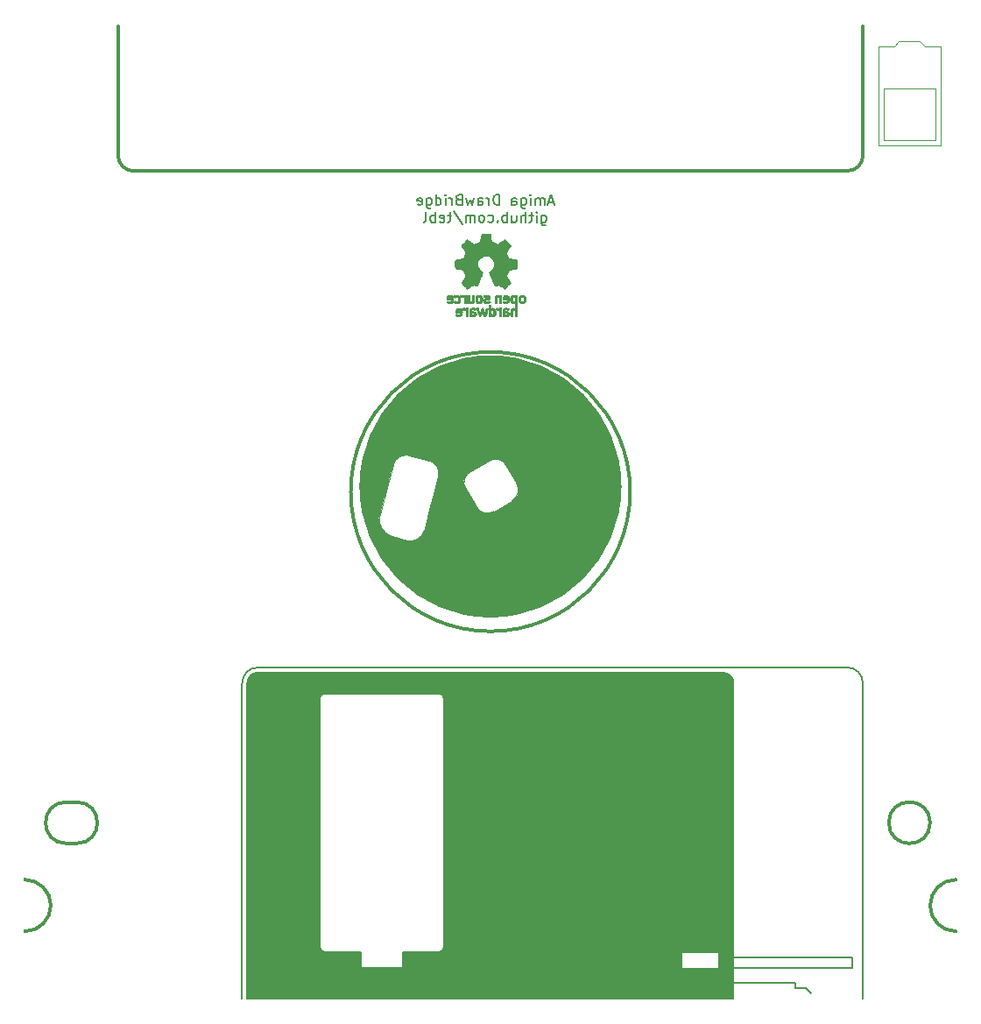
<source format=gbo>
G04 #@! TF.GenerationSoftware,KiCad,Pcbnew,(5.1.8)-1*
G04 #@! TF.CreationDate,2021-11-03T22:55:53+01:00*
G04 #@! TF.ProjectId,Amiga Drawbridge FA1,416d6967-6120-4447-9261-776272696467,rev?*
G04 #@! TF.SameCoordinates,Original*
G04 #@! TF.FileFunction,Legend,Bot*
G04 #@! TF.FilePolarity,Positive*
%FSLAX46Y46*%
G04 Gerber Fmt 4.6, Leading zero omitted, Abs format (unit mm)*
G04 Created by KiCad (PCBNEW (5.1.8)-1) date 2021-11-03 22:55:53*
%MOMM*%
%LPD*%
G01*
G04 APERTURE LIST*
%ADD10C,0.150000*%
%ADD11C,0.120000*%
%ADD12C,0.100000*%
%ADD13C,0.300000*%
%ADD14C,0.200000*%
%ADD15C,0.010000*%
G04 APERTURE END LIST*
D10*
X159122238Y-72009666D02*
X158646047Y-72009666D01*
X159217476Y-72295380D02*
X158884142Y-71295380D01*
X158550809Y-72295380D01*
X158217476Y-72295380D02*
X158217476Y-71628714D01*
X158217476Y-71723952D02*
X158169857Y-71676333D01*
X158074619Y-71628714D01*
X157931761Y-71628714D01*
X157836523Y-71676333D01*
X157788904Y-71771571D01*
X157788904Y-72295380D01*
X157788904Y-71771571D02*
X157741285Y-71676333D01*
X157646047Y-71628714D01*
X157503190Y-71628714D01*
X157407952Y-71676333D01*
X157360333Y-71771571D01*
X157360333Y-72295380D01*
X156884142Y-72295380D02*
X156884142Y-71628714D01*
X156884142Y-71295380D02*
X156931761Y-71343000D01*
X156884142Y-71390619D01*
X156836523Y-71343000D01*
X156884142Y-71295380D01*
X156884142Y-71390619D01*
X155979380Y-71628714D02*
X155979380Y-72438238D01*
X156027000Y-72533476D01*
X156074619Y-72581095D01*
X156169857Y-72628714D01*
X156312714Y-72628714D01*
X156407952Y-72581095D01*
X155979380Y-72247761D02*
X156074619Y-72295380D01*
X156265095Y-72295380D01*
X156360333Y-72247761D01*
X156407952Y-72200142D01*
X156455571Y-72104904D01*
X156455571Y-71819190D01*
X156407952Y-71723952D01*
X156360333Y-71676333D01*
X156265095Y-71628714D01*
X156074619Y-71628714D01*
X155979380Y-71676333D01*
X155074619Y-72295380D02*
X155074619Y-71771571D01*
X155122238Y-71676333D01*
X155217476Y-71628714D01*
X155407952Y-71628714D01*
X155503190Y-71676333D01*
X155074619Y-72247761D02*
X155169857Y-72295380D01*
X155407952Y-72295380D01*
X155503190Y-72247761D01*
X155550809Y-72152523D01*
X155550809Y-72057285D01*
X155503190Y-71962047D01*
X155407952Y-71914428D01*
X155169857Y-71914428D01*
X155074619Y-71866809D01*
X153836523Y-72295380D02*
X153836523Y-71295380D01*
X153598428Y-71295380D01*
X153455571Y-71343000D01*
X153360333Y-71438238D01*
X153312714Y-71533476D01*
X153265095Y-71723952D01*
X153265095Y-71866809D01*
X153312714Y-72057285D01*
X153360333Y-72152523D01*
X153455571Y-72247761D01*
X153598428Y-72295380D01*
X153836523Y-72295380D01*
X152836523Y-72295380D02*
X152836523Y-71628714D01*
X152836523Y-71819190D02*
X152788904Y-71723952D01*
X152741285Y-71676333D01*
X152646047Y-71628714D01*
X152550809Y-71628714D01*
X151788904Y-72295380D02*
X151788904Y-71771571D01*
X151836523Y-71676333D01*
X151931761Y-71628714D01*
X152122238Y-71628714D01*
X152217476Y-71676333D01*
X151788904Y-72247761D02*
X151884142Y-72295380D01*
X152122238Y-72295380D01*
X152217476Y-72247761D01*
X152265095Y-72152523D01*
X152265095Y-72057285D01*
X152217476Y-71962047D01*
X152122238Y-71914428D01*
X151884142Y-71914428D01*
X151788904Y-71866809D01*
X151407952Y-71628714D02*
X151217476Y-72295380D01*
X151027000Y-71819190D01*
X150836523Y-72295380D01*
X150646047Y-71628714D01*
X149931761Y-71771571D02*
X149788904Y-71819190D01*
X149741285Y-71866809D01*
X149693666Y-71962047D01*
X149693666Y-72104904D01*
X149741285Y-72200142D01*
X149788904Y-72247761D01*
X149884142Y-72295380D01*
X150265095Y-72295380D01*
X150265095Y-71295380D01*
X149931761Y-71295380D01*
X149836523Y-71343000D01*
X149788904Y-71390619D01*
X149741285Y-71485857D01*
X149741285Y-71581095D01*
X149788904Y-71676333D01*
X149836523Y-71723952D01*
X149931761Y-71771571D01*
X150265095Y-71771571D01*
X149265095Y-72295380D02*
X149265095Y-71628714D01*
X149265095Y-71819190D02*
X149217476Y-71723952D01*
X149169857Y-71676333D01*
X149074619Y-71628714D01*
X148979380Y-71628714D01*
X148646047Y-72295380D02*
X148646047Y-71628714D01*
X148646047Y-71295380D02*
X148693666Y-71343000D01*
X148646047Y-71390619D01*
X148598428Y-71343000D01*
X148646047Y-71295380D01*
X148646047Y-71390619D01*
X147741285Y-72295380D02*
X147741285Y-71295380D01*
X147741285Y-72247761D02*
X147836523Y-72295380D01*
X148027000Y-72295380D01*
X148122238Y-72247761D01*
X148169857Y-72200142D01*
X148217476Y-72104904D01*
X148217476Y-71819190D01*
X148169857Y-71723952D01*
X148122238Y-71676333D01*
X148027000Y-71628714D01*
X147836523Y-71628714D01*
X147741285Y-71676333D01*
X146836523Y-71628714D02*
X146836523Y-72438238D01*
X146884142Y-72533476D01*
X146931761Y-72581095D01*
X147027000Y-72628714D01*
X147169857Y-72628714D01*
X147265095Y-72581095D01*
X146836523Y-72247761D02*
X146931761Y-72295380D01*
X147122238Y-72295380D01*
X147217476Y-72247761D01*
X147265095Y-72200142D01*
X147312714Y-72104904D01*
X147312714Y-71819190D01*
X147265095Y-71723952D01*
X147217476Y-71676333D01*
X147122238Y-71628714D01*
X146931761Y-71628714D01*
X146836523Y-71676333D01*
X145979380Y-72247761D02*
X146074619Y-72295380D01*
X146265095Y-72295380D01*
X146360333Y-72247761D01*
X146407952Y-72152523D01*
X146407952Y-71771571D01*
X146360333Y-71676333D01*
X146265095Y-71628714D01*
X146074619Y-71628714D01*
X145979380Y-71676333D01*
X145931761Y-71771571D01*
X145931761Y-71866809D01*
X146407952Y-71962047D01*
X157931761Y-73278714D02*
X157931761Y-74088238D01*
X157979380Y-74183476D01*
X158027000Y-74231095D01*
X158122238Y-74278714D01*
X158265095Y-74278714D01*
X158360333Y-74231095D01*
X157931761Y-73897761D02*
X158027000Y-73945380D01*
X158217476Y-73945380D01*
X158312714Y-73897761D01*
X158360333Y-73850142D01*
X158407952Y-73754904D01*
X158407952Y-73469190D01*
X158360333Y-73373952D01*
X158312714Y-73326333D01*
X158217476Y-73278714D01*
X158027000Y-73278714D01*
X157931761Y-73326333D01*
X157455571Y-73945380D02*
X157455571Y-73278714D01*
X157455571Y-72945380D02*
X157503190Y-72993000D01*
X157455571Y-73040619D01*
X157407952Y-72993000D01*
X157455571Y-72945380D01*
X157455571Y-73040619D01*
X157122238Y-73278714D02*
X156741285Y-73278714D01*
X156979380Y-72945380D02*
X156979380Y-73802523D01*
X156931761Y-73897761D01*
X156836523Y-73945380D01*
X156741285Y-73945380D01*
X156407952Y-73945380D02*
X156407952Y-72945380D01*
X155979380Y-73945380D02*
X155979380Y-73421571D01*
X156027000Y-73326333D01*
X156122238Y-73278714D01*
X156265095Y-73278714D01*
X156360333Y-73326333D01*
X156407952Y-73373952D01*
X155074619Y-73278714D02*
X155074619Y-73945380D01*
X155503190Y-73278714D02*
X155503190Y-73802523D01*
X155455571Y-73897761D01*
X155360333Y-73945380D01*
X155217476Y-73945380D01*
X155122238Y-73897761D01*
X155074619Y-73850142D01*
X154598428Y-73945380D02*
X154598428Y-72945380D01*
X154598428Y-73326333D02*
X154503190Y-73278714D01*
X154312714Y-73278714D01*
X154217476Y-73326333D01*
X154169857Y-73373952D01*
X154122238Y-73469190D01*
X154122238Y-73754904D01*
X154169857Y-73850142D01*
X154217476Y-73897761D01*
X154312714Y-73945380D01*
X154503190Y-73945380D01*
X154598428Y-73897761D01*
X153693666Y-73850142D02*
X153646047Y-73897761D01*
X153693666Y-73945380D01*
X153741285Y-73897761D01*
X153693666Y-73850142D01*
X153693666Y-73945380D01*
X152788904Y-73897761D02*
X152884142Y-73945380D01*
X153074619Y-73945380D01*
X153169857Y-73897761D01*
X153217476Y-73850142D01*
X153265095Y-73754904D01*
X153265095Y-73469190D01*
X153217476Y-73373952D01*
X153169857Y-73326333D01*
X153074619Y-73278714D01*
X152884142Y-73278714D01*
X152788904Y-73326333D01*
X152217476Y-73945380D02*
X152312714Y-73897761D01*
X152360333Y-73850142D01*
X152407952Y-73754904D01*
X152407952Y-73469190D01*
X152360333Y-73373952D01*
X152312714Y-73326333D01*
X152217476Y-73278714D01*
X152074619Y-73278714D01*
X151979380Y-73326333D01*
X151931761Y-73373952D01*
X151884142Y-73469190D01*
X151884142Y-73754904D01*
X151931761Y-73850142D01*
X151979380Y-73897761D01*
X152074619Y-73945380D01*
X152217476Y-73945380D01*
X151455571Y-73945380D02*
X151455571Y-73278714D01*
X151455571Y-73373952D02*
X151407952Y-73326333D01*
X151312714Y-73278714D01*
X151169857Y-73278714D01*
X151074619Y-73326333D01*
X151027000Y-73421571D01*
X151027000Y-73945380D01*
X151027000Y-73421571D02*
X150979380Y-73326333D01*
X150884142Y-73278714D01*
X150741285Y-73278714D01*
X150646047Y-73326333D01*
X150598428Y-73421571D01*
X150598428Y-73945380D01*
X149407952Y-72897761D02*
X150265095Y-74183476D01*
X149217476Y-73278714D02*
X148836523Y-73278714D01*
X149074619Y-72945380D02*
X149074619Y-73802523D01*
X149027000Y-73897761D01*
X148931761Y-73945380D01*
X148836523Y-73945380D01*
X148122238Y-73897761D02*
X148217476Y-73945380D01*
X148407952Y-73945380D01*
X148503190Y-73897761D01*
X148550809Y-73802523D01*
X148550809Y-73421571D01*
X148503190Y-73326333D01*
X148407952Y-73278714D01*
X148217476Y-73278714D01*
X148122238Y-73326333D01*
X148074619Y-73421571D01*
X148074619Y-73516809D01*
X148550809Y-73612047D01*
X147646047Y-73945380D02*
X147646047Y-72945380D01*
X147646047Y-73326333D02*
X147550809Y-73278714D01*
X147360333Y-73278714D01*
X147265095Y-73326333D01*
X147217476Y-73373952D01*
X147169857Y-73469190D01*
X147169857Y-73754904D01*
X147217476Y-73850142D01*
X147265095Y-73897761D01*
X147360333Y-73945380D01*
X147550809Y-73945380D01*
X147646047Y-73897761D01*
X146598428Y-73945380D02*
X146693666Y-73897761D01*
X146741285Y-73802523D01*
X146741285Y-72945380D01*
D11*
X191000000Y-61000000D02*
X191000000Y-66000000D01*
X196000000Y-61000000D02*
X191000000Y-61000000D01*
X196000000Y-66000000D02*
X196000000Y-61000000D01*
X191000000Y-66000000D02*
X196000000Y-66000000D01*
D12*
G36*
X155700000Y-87300000D02*
G01*
X157800000Y-87900000D01*
X159500000Y-88800000D01*
X161300000Y-90100000D01*
X162400000Y-91300000D01*
X163100000Y-92100000D01*
X163800000Y-93200000D01*
X164200000Y-94000000D01*
X147100000Y-88500000D01*
X148400000Y-87900000D01*
X150300000Y-87300000D01*
X152000000Y-87000000D01*
X153600000Y-87000000D01*
X155700000Y-87300000D01*
G37*
X155700000Y-87300000D02*
X157800000Y-87900000D01*
X159500000Y-88800000D01*
X161300000Y-90100000D01*
X162400000Y-91300000D01*
X163100000Y-92100000D01*
X163800000Y-93200000D01*
X164200000Y-94000000D01*
X147100000Y-88500000D01*
X148400000Y-87900000D01*
X150300000Y-87300000D01*
X152000000Y-87000000D01*
X153600000Y-87000000D01*
X155700000Y-87300000D01*
G36*
X150500000Y-98700000D02*
G01*
X150400000Y-99100000D01*
X150500000Y-99400000D01*
X150615185Y-99711237D01*
X150800000Y-100000000D01*
X147600000Y-100000000D01*
X147953637Y-98530233D01*
X148000000Y-98200000D01*
X150800000Y-98200000D01*
X150500000Y-98700000D01*
G37*
X150500000Y-98700000D02*
X150400000Y-99100000D01*
X150500000Y-99400000D01*
X150615185Y-99711237D01*
X150800000Y-100000000D01*
X147600000Y-100000000D01*
X147953637Y-98530233D01*
X148000000Y-98200000D01*
X150800000Y-98200000D01*
X150500000Y-98700000D01*
G36*
X164200000Y-94000000D02*
G01*
X165100000Y-96300000D01*
X165500000Y-98900000D01*
X165300000Y-101700000D01*
X164800000Y-103700000D01*
X146530132Y-103842824D01*
X146700000Y-103200000D01*
X147200000Y-101400000D01*
X147600000Y-100000000D01*
X150800000Y-100000000D01*
X151615185Y-101443288D01*
X151900000Y-101800000D01*
X152300000Y-102000000D01*
X152800000Y-102100000D01*
X153100000Y-102000000D01*
X153500000Y-101800000D01*
X155200000Y-100800000D01*
X155400000Y-100600000D01*
X155600000Y-100300000D01*
X155700000Y-99800000D01*
X155600000Y-99400000D01*
X155300000Y-98800000D01*
X154400000Y-97300000D01*
X154100000Y-97000000D01*
X153500000Y-96800000D01*
X153000000Y-96900000D01*
X150800000Y-98200000D01*
X148000000Y-98200000D01*
X147900000Y-97700000D01*
X147800000Y-97500000D01*
X147500000Y-97200000D01*
X147069753Y-96999301D01*
X147100000Y-88500000D01*
X164200000Y-94000000D01*
G37*
X164200000Y-94000000D02*
X165100000Y-96300000D01*
X165500000Y-98900000D01*
X165300000Y-101700000D01*
X164800000Y-103700000D01*
X146530132Y-103842824D01*
X146700000Y-103200000D01*
X147200000Y-101400000D01*
X147600000Y-100000000D01*
X150800000Y-100000000D01*
X151615185Y-101443288D01*
X151900000Y-101800000D01*
X152300000Y-102000000D01*
X152800000Y-102100000D01*
X153100000Y-102000000D01*
X153500000Y-101800000D01*
X155200000Y-100800000D01*
X155400000Y-100600000D01*
X155600000Y-100300000D01*
X155700000Y-99800000D01*
X155600000Y-99400000D01*
X155300000Y-98800000D01*
X154400000Y-97300000D01*
X154100000Y-97000000D01*
X153500000Y-96800000D01*
X153000000Y-96900000D01*
X150800000Y-98200000D01*
X148000000Y-98200000D01*
X147900000Y-97700000D01*
X147800000Y-97500000D01*
X147500000Y-97200000D01*
X147069753Y-96999301D01*
X147100000Y-88500000D01*
X164200000Y-94000000D01*
G36*
X143200000Y-98900000D02*
G01*
X142312875Y-102195177D01*
X142200000Y-102700000D01*
X142500000Y-103600000D01*
X142800000Y-103900000D01*
X143200000Y-104200000D01*
X143800000Y-104400000D01*
X144900000Y-104700000D01*
X145300000Y-104800000D01*
X145800000Y-104700000D01*
X146100000Y-104500000D01*
X146400000Y-104200000D01*
X146530132Y-103842824D01*
X164800000Y-103700000D01*
X163800000Y-105700000D01*
X162600000Y-107500000D01*
X161400000Y-108700000D01*
X160000000Y-109900000D01*
X158500000Y-110700000D01*
X157400000Y-111200000D01*
X155700000Y-111700000D01*
X154400000Y-111900000D01*
X152800000Y-112000000D01*
X151200000Y-111900000D01*
X149700000Y-111600000D01*
X148100000Y-111000000D01*
X146700000Y-110300000D01*
X145100000Y-109200000D01*
X143700000Y-107900000D01*
X142700000Y-106600000D01*
X141800000Y-105100000D01*
X141200000Y-103600000D01*
X140700000Y-102000000D01*
X140500000Y-100600000D01*
X140500000Y-98900000D01*
X140700000Y-97400000D01*
X143600000Y-97400000D01*
X143200000Y-98900000D01*
G37*
X143200000Y-98900000D02*
X142312875Y-102195177D01*
X142200000Y-102700000D01*
X142500000Y-103600000D01*
X142800000Y-103900000D01*
X143200000Y-104200000D01*
X143800000Y-104400000D01*
X144900000Y-104700000D01*
X145300000Y-104800000D01*
X145800000Y-104700000D01*
X146100000Y-104500000D01*
X146400000Y-104200000D01*
X146530132Y-103842824D01*
X164800000Y-103700000D01*
X163800000Y-105700000D01*
X162600000Y-107500000D01*
X161400000Y-108700000D01*
X160000000Y-109900000D01*
X158500000Y-110700000D01*
X157400000Y-111200000D01*
X155700000Y-111700000D01*
X154400000Y-111900000D01*
X152800000Y-112000000D01*
X151200000Y-111900000D01*
X149700000Y-111600000D01*
X148100000Y-111000000D01*
X146700000Y-110300000D01*
X145100000Y-109200000D01*
X143700000Y-107900000D01*
X142700000Y-106600000D01*
X141800000Y-105100000D01*
X141200000Y-103600000D01*
X140700000Y-102000000D01*
X140500000Y-100600000D01*
X140500000Y-98900000D01*
X140700000Y-97400000D01*
X143600000Y-97400000D01*
X143200000Y-98900000D01*
G36*
X147069753Y-96999301D02*
G01*
X145300000Y-96500000D01*
X144800000Y-96400000D01*
X144200000Y-96600000D01*
X143800000Y-96900000D01*
X143606970Y-97365549D01*
X143600000Y-97400000D01*
X140700000Y-97400000D01*
X141200000Y-95400000D01*
X141900000Y-93800000D01*
X142900000Y-92200000D01*
X143600000Y-91300000D01*
X145800000Y-89300000D01*
X147100000Y-88500000D01*
X147069753Y-96999301D01*
G37*
X147069753Y-96999301D02*
X145300000Y-96500000D01*
X144800000Y-96400000D01*
X144200000Y-96600000D01*
X143800000Y-96900000D01*
X143606970Y-97365549D01*
X143600000Y-97400000D01*
X140700000Y-97400000D01*
X141200000Y-95400000D01*
X141900000Y-93800000D01*
X142900000Y-92200000D01*
X143600000Y-91300000D01*
X145800000Y-89300000D01*
X147100000Y-88500000D01*
X147069753Y-96999301D01*
G36*
X176000000Y-117600000D02*
G01*
X176400000Y-118000000D01*
X176500000Y-118500000D01*
X176500000Y-144500000D01*
X171500000Y-144500000D01*
X171500000Y-146000000D01*
X148500000Y-146000000D01*
X148500000Y-120000000D01*
X148700000Y-117500000D01*
X175500000Y-117500000D01*
X176000000Y-117600000D01*
G37*
X176000000Y-117600000D02*
X176400000Y-118000000D01*
X176500000Y-118500000D01*
X176500000Y-144500000D01*
X171500000Y-144500000D01*
X171500000Y-146000000D01*
X148500000Y-146000000D01*
X148500000Y-120000000D01*
X148700000Y-117500000D01*
X175500000Y-117500000D01*
X176000000Y-117600000D01*
G36*
X148700000Y-120000000D02*
G01*
X148500000Y-120000000D01*
X148500000Y-119800000D01*
X148300000Y-119600000D01*
X148000000Y-119500000D01*
X136800000Y-119500000D01*
X136600000Y-119700000D01*
X136500000Y-120000000D01*
X136500000Y-144100000D01*
X136700000Y-144400000D01*
X137000000Y-144500000D01*
X140500000Y-144500000D01*
X140500000Y-146000000D01*
X144500000Y-146000000D01*
X144500000Y-144500000D01*
X148200000Y-144500000D01*
X148400000Y-144300000D01*
X148500000Y-144000000D01*
X148500000Y-146000000D01*
X175000000Y-146000000D01*
X175000000Y-144500000D01*
X176500000Y-144500000D01*
X176500000Y-149000000D01*
X129500000Y-149000000D01*
X129500000Y-118300000D01*
X129600000Y-118100000D01*
X129800000Y-117800000D01*
X130100000Y-117600000D01*
X130500000Y-117500000D01*
X148700000Y-117500000D01*
X148700000Y-120000000D01*
G37*
X148700000Y-120000000D02*
X148500000Y-120000000D01*
X148500000Y-119800000D01*
X148300000Y-119600000D01*
X148000000Y-119500000D01*
X136800000Y-119500000D01*
X136600000Y-119700000D01*
X136500000Y-120000000D01*
X136500000Y-144100000D01*
X136700000Y-144400000D01*
X137000000Y-144500000D01*
X140500000Y-144500000D01*
X140500000Y-146000000D01*
X144500000Y-146000000D01*
X144500000Y-144500000D01*
X148200000Y-144500000D01*
X148400000Y-144300000D01*
X148500000Y-144000000D01*
X148500000Y-146000000D01*
X175000000Y-146000000D01*
X175000000Y-144500000D01*
X176500000Y-144500000D01*
X176500000Y-149000000D01*
X129500000Y-149000000D01*
X129500000Y-118300000D01*
X129600000Y-118100000D01*
X129800000Y-117800000D01*
X130100000Y-117600000D01*
X130500000Y-117500000D01*
X148700000Y-117500000D01*
X148700000Y-120000000D01*
D11*
X143606970Y-97365548D02*
X142312875Y-102195177D01*
X143550312Y-104338481D02*
X144999201Y-104726709D01*
X143550312Y-104338480D02*
G75*
G02*
X142312875Y-102195177I452933J1690370D01*
G01*
X146530132Y-103842824D02*
G75*
G02*
X144999201Y-104726709I-1207408J323523D01*
G01*
X147069753Y-96999302D02*
X145137901Y-96481664D01*
X146530132Y-103842825D02*
X147953637Y-98530233D01*
X147069753Y-96999301D02*
G75*
G02*
X147953637Y-98530233I-323524J-1207408D01*
G01*
X143606970Y-97365549D02*
G75*
G02*
X145137901Y-96481664I1207408J-323523D01*
G01*
X155512299Y-99193288D02*
G75*
G02*
X155054767Y-100900820I-1082532J-625000D01*
G01*
X153322716Y-101900819D02*
G75*
G02*
X151615185Y-101443288I-625000J1082531D01*
G01*
X150615184Y-99711237D02*
G75*
G02*
X151072716Y-98003705I1082532J625000D01*
G01*
X152804767Y-97003705D02*
G75*
G02*
X154512299Y-97461237I625000J-1082532D01*
G01*
X152804767Y-97003705D02*
X151072716Y-98003705D01*
X155512299Y-99193288D02*
X154512299Y-97461237D01*
X153322716Y-101900820D02*
X155054767Y-100900820D01*
X150615185Y-99711237D02*
X151615185Y-101443288D01*
D13*
X165500000Y-99500000D02*
G75*
G03*
X165500000Y-99500000I-12500000J0D01*
G01*
X166500000Y-100000000D02*
G75*
G03*
X166500000Y-100000000I-13500000J0D01*
G01*
D11*
X194500000Y-56500000D02*
X192500000Y-56500000D01*
X192000000Y-57000000D02*
X190500000Y-57000000D01*
X192500000Y-56500000D02*
X192000000Y-57000000D01*
X195000000Y-57000000D02*
X196500000Y-57000000D01*
X194500000Y-56500000D02*
X195000000Y-57000000D01*
X196500000Y-66500000D02*
X190500000Y-66500000D01*
X196500000Y-57000000D02*
X196500000Y-66500000D01*
X190500000Y-66500000D02*
X190500000Y-57000000D01*
D14*
X183500000Y-148000000D02*
X184000000Y-148500000D01*
X182500000Y-148000000D02*
X183500000Y-148000000D01*
X182500000Y-147500000D02*
X182500000Y-148000000D01*
X176500000Y-147500000D02*
X182500000Y-147500000D01*
D13*
X113000000Y-134000000D02*
X112000000Y-134000000D01*
X113000000Y-130000000D02*
X112000000Y-130000000D01*
X113000000Y-130000000D02*
G75*
G02*
X113000000Y-134000000I0J-2000000D01*
G01*
X112000000Y-134000000D02*
G75*
G02*
X112000000Y-130000000I0J2000000D01*
G01*
X195500000Y-132000000D02*
G75*
G03*
X195500000Y-132000000I-2000000J0D01*
G01*
X110500000Y-140000000D02*
G75*
G02*
X108000000Y-142500000I-2500000J0D01*
G01*
X108000000Y-137500000D02*
G75*
G02*
X110500000Y-140000000I0J-2500000D01*
G01*
X198000000Y-142500000D02*
G75*
G02*
X195500000Y-140000000I0J2500000D01*
G01*
X195500000Y-140000000D02*
G75*
G02*
X198000000Y-137500000I2500000J0D01*
G01*
D14*
X188000000Y-145000000D02*
X176500000Y-145000000D01*
X188000000Y-146000000D02*
X188000000Y-145000000D01*
X176500000Y-146000000D02*
X188000000Y-146000000D01*
D11*
X171500000Y-144500000D02*
X175000000Y-144500000D01*
X171500000Y-146000000D02*
X171500000Y-144500000D01*
X175000000Y-146000000D02*
X171500000Y-146000000D01*
X175000000Y-144500000D02*
X175000000Y-146000000D01*
D14*
X148000000Y-144500000D02*
X144500000Y-144500000D01*
X137000000Y-119500000D02*
X148000000Y-119500000D01*
X148500000Y-120000000D02*
X148500000Y-144000000D01*
X148000000Y-119500000D02*
G75*
G02*
X148500000Y-120000000I0J-500000D01*
G01*
X136500000Y-120000000D02*
X136500000Y-144000000D01*
X137000000Y-144500000D02*
G75*
G02*
X136500000Y-144000000I0J500000D01*
G01*
X137000000Y-144500000D02*
X140500000Y-144500000D01*
X136500000Y-120000000D02*
G75*
G02*
X137000000Y-119500000I500000J0D01*
G01*
X148500000Y-144000000D02*
G75*
G02*
X148000000Y-144500000I-500000J0D01*
G01*
X140500000Y-144500000D02*
X140500000Y-146000000D01*
X144500000Y-144500000D02*
X144500000Y-146000000D01*
X140500000Y-146000000D02*
X144500000Y-146000000D01*
X129500000Y-118500000D02*
G75*
G02*
X130500000Y-117500000I1000000J0D01*
G01*
X175500000Y-117500000D02*
G75*
G02*
X176500000Y-118500000I0J-1000000D01*
G01*
X129500000Y-118500000D02*
X129500000Y-149000000D01*
X176500000Y-118500000D02*
X176500000Y-149000000D01*
X130500000Y-117500000D02*
X175500000Y-117500000D01*
X130500000Y-117000000D02*
X187500000Y-117000000D01*
X129000000Y-118500000D02*
X129000000Y-149000000D01*
X187500000Y-117000000D02*
G75*
G02*
X189000000Y-118500000I0J-1500000D01*
G01*
X189000000Y-118500000D02*
X189000000Y-149000000D01*
X129000000Y-118500000D02*
G75*
G02*
X130500000Y-117000000I1500000J0D01*
G01*
D13*
X189000000Y-55000000D02*
X189000000Y-67500000D01*
X117000000Y-55000000D02*
X117000000Y-67500000D01*
X118500000Y-69000000D02*
G75*
G02*
X117000000Y-67500000I0J1500000D01*
G01*
X189000000Y-67500000D02*
G75*
G02*
X187500000Y-69000000I-1500000J0D01*
G01*
X187500000Y-69000000D02*
X118500000Y-69000000D01*
D15*
G36*
X155098640Y-81000468D02*
G01*
X155063408Y-81017874D01*
X155019960Y-81048206D01*
X154988294Y-81081283D01*
X154966606Y-81122817D01*
X154953097Y-81178522D01*
X154945962Y-81254111D01*
X154943400Y-81355296D01*
X154943250Y-81398797D01*
X154943688Y-81494135D01*
X154945504Y-81562271D01*
X154949455Y-81609418D01*
X154956298Y-81641790D01*
X154966789Y-81665600D01*
X154977704Y-81681843D01*
X155047381Y-81750952D01*
X155129434Y-81792521D01*
X155217950Y-81805023D01*
X155307019Y-81786934D01*
X155335237Y-81774142D01*
X155402790Y-81738931D01*
X155402790Y-82290700D01*
X155353488Y-82265205D01*
X155288527Y-82245480D01*
X155208680Y-82240427D01*
X155128948Y-82249756D01*
X155068735Y-82270714D01*
X155018792Y-82310627D01*
X154976119Y-82367741D01*
X154972910Y-82373605D01*
X154959378Y-82401227D01*
X154949495Y-82429068D01*
X154942691Y-82462794D01*
X154938399Y-82508071D01*
X154936049Y-82570562D01*
X154935072Y-82655935D01*
X154934895Y-82752010D01*
X154934895Y-83058526D01*
X155118711Y-83058526D01*
X155118711Y-82493339D01*
X155170125Y-82450077D01*
X155223534Y-82415472D01*
X155274112Y-82409180D01*
X155324970Y-82425372D01*
X155352075Y-82441227D01*
X155372249Y-82463810D01*
X155386597Y-82497940D01*
X155396224Y-82548434D01*
X155402237Y-82620111D01*
X155405740Y-82717788D01*
X155406974Y-82782802D01*
X155411145Y-83050171D01*
X155498875Y-83055222D01*
X155586606Y-83060273D01*
X155586606Y-81401101D01*
X155402790Y-81401101D01*
X155398104Y-81493600D01*
X155382312Y-81557809D01*
X155352817Y-81597759D01*
X155307020Y-81617480D01*
X155260750Y-81621421D01*
X155208372Y-81616892D01*
X155173610Y-81599069D01*
X155151872Y-81575519D01*
X155134760Y-81550189D01*
X155124573Y-81521969D01*
X155120040Y-81482431D01*
X155119891Y-81423142D01*
X155121416Y-81373498D01*
X155124919Y-81298710D01*
X155130133Y-81249611D01*
X155138913Y-81218467D01*
X155153114Y-81197545D01*
X155166516Y-81185452D01*
X155222513Y-81159081D01*
X155288789Y-81154822D01*
X155326844Y-81163906D01*
X155364523Y-81196196D01*
X155389481Y-81259006D01*
X155401578Y-81351894D01*
X155402790Y-81401101D01*
X155586606Y-81401101D01*
X155586606Y-80986421D01*
X155494698Y-80986421D01*
X155439517Y-80988603D01*
X155411048Y-80996351D01*
X155402794Y-81011468D01*
X155402790Y-81011916D01*
X155398960Y-81026720D01*
X155382067Y-81025039D01*
X155348481Y-81008772D01*
X155270222Y-80983887D01*
X155182173Y-80981271D01*
X155098640Y-81000468D01*
G37*
X155098640Y-81000468D02*
X155063408Y-81017874D01*
X155019960Y-81048206D01*
X154988294Y-81081283D01*
X154966606Y-81122817D01*
X154953097Y-81178522D01*
X154945962Y-81254111D01*
X154943400Y-81355296D01*
X154943250Y-81398797D01*
X154943688Y-81494135D01*
X154945504Y-81562271D01*
X154949455Y-81609418D01*
X154956298Y-81641790D01*
X154966789Y-81665600D01*
X154977704Y-81681843D01*
X155047381Y-81750952D01*
X155129434Y-81792521D01*
X155217950Y-81805023D01*
X155307019Y-81786934D01*
X155335237Y-81774142D01*
X155402790Y-81738931D01*
X155402790Y-82290700D01*
X155353488Y-82265205D01*
X155288527Y-82245480D01*
X155208680Y-82240427D01*
X155128948Y-82249756D01*
X155068735Y-82270714D01*
X155018792Y-82310627D01*
X154976119Y-82367741D01*
X154972910Y-82373605D01*
X154959378Y-82401227D01*
X154949495Y-82429068D01*
X154942691Y-82462794D01*
X154938399Y-82508071D01*
X154936049Y-82570562D01*
X154935072Y-82655935D01*
X154934895Y-82752010D01*
X154934895Y-83058526D01*
X155118711Y-83058526D01*
X155118711Y-82493339D01*
X155170125Y-82450077D01*
X155223534Y-82415472D01*
X155274112Y-82409180D01*
X155324970Y-82425372D01*
X155352075Y-82441227D01*
X155372249Y-82463810D01*
X155386597Y-82497940D01*
X155396224Y-82548434D01*
X155402237Y-82620111D01*
X155405740Y-82717788D01*
X155406974Y-82782802D01*
X155411145Y-83050171D01*
X155498875Y-83055222D01*
X155586606Y-83060273D01*
X155586606Y-81401101D01*
X155402790Y-81401101D01*
X155398104Y-81493600D01*
X155382312Y-81557809D01*
X155352817Y-81597759D01*
X155307020Y-81617480D01*
X155260750Y-81621421D01*
X155208372Y-81616892D01*
X155173610Y-81599069D01*
X155151872Y-81575519D01*
X155134760Y-81550189D01*
X155124573Y-81521969D01*
X155120040Y-81482431D01*
X155119891Y-81423142D01*
X155121416Y-81373498D01*
X155124919Y-81298710D01*
X155130133Y-81249611D01*
X155138913Y-81218467D01*
X155153114Y-81197545D01*
X155166516Y-81185452D01*
X155222513Y-81159081D01*
X155288789Y-81154822D01*
X155326844Y-81163906D01*
X155364523Y-81196196D01*
X155389481Y-81259006D01*
X155401578Y-81351894D01*
X155402790Y-81401101D01*
X155586606Y-81401101D01*
X155586606Y-80986421D01*
X155494698Y-80986421D01*
X155439517Y-80988603D01*
X155411048Y-80996351D01*
X155402794Y-81011468D01*
X155402790Y-81011916D01*
X155398960Y-81026720D01*
X155382067Y-81025039D01*
X155348481Y-81008772D01*
X155270222Y-80983887D01*
X155182173Y-80981271D01*
X155098640Y-81000468D01*
G36*
X154401543Y-82246184D02*
G01*
X154322930Y-82267160D01*
X154263084Y-82305180D01*
X154220853Y-82354978D01*
X154207725Y-82376230D01*
X154198032Y-82398492D01*
X154191256Y-82426970D01*
X154186877Y-82466871D01*
X154184376Y-82523401D01*
X154183232Y-82601767D01*
X154182928Y-82707176D01*
X154182922Y-82735142D01*
X154182922Y-83058526D01*
X154263132Y-83058526D01*
X154314294Y-83054943D01*
X154352123Y-83045866D01*
X154361601Y-83040268D01*
X154387512Y-83030606D01*
X154413976Y-83040268D01*
X154457548Y-83052330D01*
X154520840Y-83057185D01*
X154590990Y-83055078D01*
X154655140Y-83046256D01*
X154692593Y-83034937D01*
X154765067Y-82988412D01*
X154810360Y-82923846D01*
X154830722Y-82838000D01*
X154830912Y-82835796D01*
X154829125Y-82797713D01*
X154667527Y-82797713D01*
X154653399Y-82841030D01*
X154630388Y-82865408D01*
X154584196Y-82883845D01*
X154523225Y-82891205D01*
X154461051Y-82887583D01*
X154411249Y-82873074D01*
X154397297Y-82863765D01*
X154372915Y-82820753D01*
X154366737Y-82771857D01*
X154366737Y-82707605D01*
X154459182Y-82707605D01*
X154547005Y-82714366D01*
X154613582Y-82733520D01*
X154654998Y-82763376D01*
X154667527Y-82797713D01*
X154829125Y-82797713D01*
X154826510Y-82742004D01*
X154795576Y-82667847D01*
X154737419Y-82611767D01*
X154729380Y-82606665D01*
X154694837Y-82590055D01*
X154652082Y-82579996D01*
X154592314Y-82575107D01*
X154521310Y-82573983D01*
X154366737Y-82573921D01*
X154366737Y-82509125D01*
X154373294Y-82458850D01*
X154390025Y-82425169D01*
X154391984Y-82423376D01*
X154429217Y-82408642D01*
X154485420Y-82402931D01*
X154547533Y-82405737D01*
X154602490Y-82416556D01*
X154635101Y-82432782D01*
X154652772Y-82445780D01*
X154671431Y-82448262D01*
X154697181Y-82437613D01*
X154736127Y-82411218D01*
X154794370Y-82366465D01*
X154799716Y-82362273D01*
X154796977Y-82346760D01*
X154774124Y-82320960D01*
X154739391Y-82292289D01*
X154701010Y-82268166D01*
X154688952Y-82262470D01*
X154644966Y-82251103D01*
X154580513Y-82242995D01*
X154508503Y-82239743D01*
X154505136Y-82239736D01*
X154401543Y-82246184D01*
G37*
X154401543Y-82246184D02*
X154322930Y-82267160D01*
X154263084Y-82305180D01*
X154220853Y-82354978D01*
X154207725Y-82376230D01*
X154198032Y-82398492D01*
X154191256Y-82426970D01*
X154186877Y-82466871D01*
X154184376Y-82523401D01*
X154183232Y-82601767D01*
X154182928Y-82707176D01*
X154182922Y-82735142D01*
X154182922Y-83058526D01*
X154263132Y-83058526D01*
X154314294Y-83054943D01*
X154352123Y-83045866D01*
X154361601Y-83040268D01*
X154387512Y-83030606D01*
X154413976Y-83040268D01*
X154457548Y-83052330D01*
X154520840Y-83057185D01*
X154590990Y-83055078D01*
X154655140Y-83046256D01*
X154692593Y-83034937D01*
X154765067Y-82988412D01*
X154810360Y-82923846D01*
X154830722Y-82838000D01*
X154830912Y-82835796D01*
X154829125Y-82797713D01*
X154667527Y-82797713D01*
X154653399Y-82841030D01*
X154630388Y-82865408D01*
X154584196Y-82883845D01*
X154523225Y-82891205D01*
X154461051Y-82887583D01*
X154411249Y-82873074D01*
X154397297Y-82863765D01*
X154372915Y-82820753D01*
X154366737Y-82771857D01*
X154366737Y-82707605D01*
X154459182Y-82707605D01*
X154547005Y-82714366D01*
X154613582Y-82733520D01*
X154654998Y-82763376D01*
X154667527Y-82797713D01*
X154829125Y-82797713D01*
X154826510Y-82742004D01*
X154795576Y-82667847D01*
X154737419Y-82611767D01*
X154729380Y-82606665D01*
X154694837Y-82590055D01*
X154652082Y-82579996D01*
X154592314Y-82575107D01*
X154521310Y-82573983D01*
X154366737Y-82573921D01*
X154366737Y-82509125D01*
X154373294Y-82458850D01*
X154390025Y-82425169D01*
X154391984Y-82423376D01*
X154429217Y-82408642D01*
X154485420Y-82402931D01*
X154547533Y-82405737D01*
X154602490Y-82416556D01*
X154635101Y-82432782D01*
X154652772Y-82445780D01*
X154671431Y-82448262D01*
X154697181Y-82437613D01*
X154736127Y-82411218D01*
X154794370Y-82366465D01*
X154799716Y-82362273D01*
X154796977Y-82346760D01*
X154774124Y-82320960D01*
X154739391Y-82292289D01*
X154701010Y-82268166D01*
X154688952Y-82262470D01*
X154644966Y-82251103D01*
X154580513Y-82242995D01*
X154508503Y-82239743D01*
X154505136Y-82239736D01*
X154401543Y-82246184D01*
G36*
X153882119Y-82241486D02*
G01*
X153857112Y-82248982D01*
X153849050Y-82265451D01*
X153848711Y-82272886D01*
X153847264Y-82293594D01*
X153837302Y-82296845D01*
X153810388Y-82282648D01*
X153794402Y-82272948D01*
X153743967Y-82252175D01*
X153683728Y-82241904D01*
X153620566Y-82241114D01*
X153561363Y-82248786D01*
X153512998Y-82263898D01*
X153482354Y-82285432D01*
X153476311Y-82312366D01*
X153479361Y-82319660D01*
X153501594Y-82349937D01*
X153536070Y-82387175D01*
X153542306Y-82393195D01*
X153575167Y-82420875D01*
X153603520Y-82429818D01*
X153643173Y-82423576D01*
X153659058Y-82419429D01*
X153708491Y-82409467D01*
X153743248Y-82413947D01*
X153772600Y-82429746D01*
X153799487Y-82450949D01*
X153819290Y-82477614D01*
X153833052Y-82514827D01*
X153841816Y-82567673D01*
X153846626Y-82641237D01*
X153848526Y-82740605D01*
X153848711Y-82800601D01*
X153848711Y-83058526D01*
X154015816Y-83058526D01*
X154015816Y-82239710D01*
X153932264Y-82239710D01*
X153882119Y-82241486D01*
G37*
X153882119Y-82241486D02*
X153857112Y-82248982D01*
X153849050Y-82265451D01*
X153848711Y-82272886D01*
X153847264Y-82293594D01*
X153837302Y-82296845D01*
X153810388Y-82282648D01*
X153794402Y-82272948D01*
X153743967Y-82252175D01*
X153683728Y-82241904D01*
X153620566Y-82241114D01*
X153561363Y-82248786D01*
X153512998Y-82263898D01*
X153482354Y-82285432D01*
X153476311Y-82312366D01*
X153479361Y-82319660D01*
X153501594Y-82349937D01*
X153536070Y-82387175D01*
X153542306Y-82393195D01*
X153575167Y-82420875D01*
X153603520Y-82429818D01*
X153643173Y-82423576D01*
X153659058Y-82419429D01*
X153708491Y-82409467D01*
X153743248Y-82413947D01*
X153772600Y-82429746D01*
X153799487Y-82450949D01*
X153819290Y-82477614D01*
X153833052Y-82514827D01*
X153841816Y-82567673D01*
X153846626Y-82641237D01*
X153848526Y-82740605D01*
X153848711Y-82800601D01*
X153848711Y-83058526D01*
X154015816Y-83058526D01*
X154015816Y-82239710D01*
X153932264Y-82239710D01*
X153882119Y-82241486D01*
G36*
X152829369Y-83058526D02*
G01*
X152921277Y-83058526D01*
X152974623Y-83056962D01*
X153002407Y-83050485D01*
X153012410Y-83036418D01*
X153013185Y-83026906D01*
X153014872Y-83007832D01*
X153025510Y-83004174D01*
X153053465Y-83015932D01*
X153075205Y-83026906D01*
X153158668Y-83052911D01*
X153249396Y-83054416D01*
X153323158Y-83035021D01*
X153391846Y-82988165D01*
X153444206Y-82919004D01*
X153472878Y-82837427D01*
X153473608Y-82832866D01*
X153477868Y-82783101D01*
X153479986Y-82711659D01*
X153479816Y-82657626D01*
X153297280Y-82657626D01*
X153293051Y-82729441D01*
X153283432Y-82788634D01*
X153270410Y-82822060D01*
X153221144Y-82867740D01*
X153162650Y-82884115D01*
X153102329Y-82870873D01*
X153050783Y-82831373D01*
X153031262Y-82804807D01*
X153019848Y-82773106D01*
X153014502Y-82726832D01*
X153013185Y-82657328D01*
X153015542Y-82588499D01*
X153021767Y-82528026D01*
X153030592Y-82487556D01*
X153032063Y-82483929D01*
X153067653Y-82440802D01*
X153119600Y-82417124D01*
X153177722Y-82413301D01*
X153231840Y-82429738D01*
X153271774Y-82466840D01*
X153275917Y-82474222D01*
X153288884Y-82519239D01*
X153295948Y-82583967D01*
X153297280Y-82657626D01*
X153479816Y-82657626D01*
X153479729Y-82630230D01*
X153478528Y-82586405D01*
X153470355Y-82477988D01*
X153453370Y-82396588D01*
X153425113Y-82336412D01*
X153383128Y-82291666D01*
X153342368Y-82265400D01*
X153285419Y-82246935D01*
X153214589Y-82240602D01*
X153142059Y-82245760D01*
X153080014Y-82261769D01*
X153047232Y-82280920D01*
X153013185Y-82311732D01*
X153013185Y-81922210D01*
X152829369Y-81922210D01*
X152829369Y-83058526D01*
G37*
X152829369Y-83058526D02*
X152921277Y-83058526D01*
X152974623Y-83056962D01*
X153002407Y-83050485D01*
X153012410Y-83036418D01*
X153013185Y-83026906D01*
X153014872Y-83007832D01*
X153025510Y-83004174D01*
X153053465Y-83015932D01*
X153075205Y-83026906D01*
X153158668Y-83052911D01*
X153249396Y-83054416D01*
X153323158Y-83035021D01*
X153391846Y-82988165D01*
X153444206Y-82919004D01*
X153472878Y-82837427D01*
X153473608Y-82832866D01*
X153477868Y-82783101D01*
X153479986Y-82711659D01*
X153479816Y-82657626D01*
X153297280Y-82657626D01*
X153293051Y-82729441D01*
X153283432Y-82788634D01*
X153270410Y-82822060D01*
X153221144Y-82867740D01*
X153162650Y-82884115D01*
X153102329Y-82870873D01*
X153050783Y-82831373D01*
X153031262Y-82804807D01*
X153019848Y-82773106D01*
X153014502Y-82726832D01*
X153013185Y-82657328D01*
X153015542Y-82588499D01*
X153021767Y-82528026D01*
X153030592Y-82487556D01*
X153032063Y-82483929D01*
X153067653Y-82440802D01*
X153119600Y-82417124D01*
X153177722Y-82413301D01*
X153231840Y-82429738D01*
X153271774Y-82466840D01*
X153275917Y-82474222D01*
X153288884Y-82519239D01*
X153295948Y-82583967D01*
X153297280Y-82657626D01*
X153479816Y-82657626D01*
X153479729Y-82630230D01*
X153478528Y-82586405D01*
X153470355Y-82477988D01*
X153453370Y-82396588D01*
X153425113Y-82336412D01*
X153383128Y-82291666D01*
X153342368Y-82265400D01*
X153285419Y-82246935D01*
X153214589Y-82240602D01*
X153142059Y-82245760D01*
X153080014Y-82261769D01*
X153047232Y-82280920D01*
X153013185Y-82311732D01*
X153013185Y-81922210D01*
X152829369Y-81922210D01*
X152829369Y-83058526D01*
G36*
X152187870Y-82243104D02*
G01*
X152121780Y-82248066D01*
X152035374Y-82507079D01*
X151948969Y-82766092D01*
X151921876Y-82674184D01*
X151905572Y-82617384D01*
X151884125Y-82540625D01*
X151860965Y-82456251D01*
X151848720Y-82410993D01*
X151802656Y-82239710D01*
X151612613Y-82239710D01*
X151669418Y-82419349D01*
X151697393Y-82507704D01*
X151731187Y-82614281D01*
X151766480Y-82725454D01*
X151797987Y-82824579D01*
X151869750Y-83050171D01*
X152024714Y-83060253D01*
X152066730Y-82921528D01*
X152092641Y-82835351D01*
X152120917Y-82740347D01*
X152145631Y-82656441D01*
X152146606Y-82653102D01*
X152165065Y-82596248D01*
X152181351Y-82557456D01*
X152192758Y-82542787D01*
X152195102Y-82544483D01*
X152203329Y-82567225D01*
X152218962Y-82615940D01*
X152240096Y-82684502D01*
X152264830Y-82766785D01*
X152278213Y-82812046D01*
X152350689Y-83058526D01*
X152504505Y-83058526D01*
X152627469Y-82670006D01*
X152662012Y-82561022D01*
X152693479Y-82462048D01*
X152720384Y-82377736D01*
X152741241Y-82312734D01*
X152754562Y-82271692D01*
X152758612Y-82259701D01*
X152755406Y-82247423D01*
X152730235Y-82242046D01*
X152677854Y-82242584D01*
X152669655Y-82242990D01*
X152572518Y-82248066D01*
X152508900Y-82482013D01*
X152485516Y-82567333D01*
X152464619Y-82642335D01*
X152448049Y-82700507D01*
X152437646Y-82735337D01*
X152435724Y-82741016D01*
X152427759Y-82734486D01*
X152411696Y-82700654D01*
X152389379Y-82644127D01*
X152362655Y-82569510D01*
X152340063Y-82502107D01*
X152253959Y-82238143D01*
X152187870Y-82243104D01*
G37*
X152187870Y-82243104D02*
X152121780Y-82248066D01*
X152035374Y-82507079D01*
X151948969Y-82766092D01*
X151921876Y-82674184D01*
X151905572Y-82617384D01*
X151884125Y-82540625D01*
X151860965Y-82456251D01*
X151848720Y-82410993D01*
X151802656Y-82239710D01*
X151612613Y-82239710D01*
X151669418Y-82419349D01*
X151697393Y-82507704D01*
X151731187Y-82614281D01*
X151766480Y-82725454D01*
X151797987Y-82824579D01*
X151869750Y-83050171D01*
X152024714Y-83060253D01*
X152066730Y-82921528D01*
X152092641Y-82835351D01*
X152120917Y-82740347D01*
X152145631Y-82656441D01*
X152146606Y-82653102D01*
X152165065Y-82596248D01*
X152181351Y-82557456D01*
X152192758Y-82542787D01*
X152195102Y-82544483D01*
X152203329Y-82567225D01*
X152218962Y-82615940D01*
X152240096Y-82684502D01*
X152264830Y-82766785D01*
X152278213Y-82812046D01*
X152350689Y-83058526D01*
X152504505Y-83058526D01*
X152627469Y-82670006D01*
X152662012Y-82561022D01*
X152693479Y-82462048D01*
X152720384Y-82377736D01*
X152741241Y-82312734D01*
X152754562Y-82271692D01*
X152758612Y-82259701D01*
X152755406Y-82247423D01*
X152730235Y-82242046D01*
X152677854Y-82242584D01*
X152669655Y-82242990D01*
X152572518Y-82248066D01*
X152508900Y-82482013D01*
X152485516Y-82567333D01*
X152464619Y-82642335D01*
X152448049Y-82700507D01*
X152437646Y-82735337D01*
X152435724Y-82741016D01*
X152427759Y-82734486D01*
X152411696Y-82700654D01*
X152389379Y-82644127D01*
X152362655Y-82569510D01*
X152340063Y-82502107D01*
X152253959Y-82238143D01*
X152187870Y-82243104D01*
G36*
X151182008Y-82244673D02*
G01*
X151111573Y-82261780D01*
X151091213Y-82270844D01*
X151051747Y-82294583D01*
X151021459Y-82321321D01*
X150999048Y-82355699D01*
X150983214Y-82402360D01*
X150972657Y-82465946D01*
X150966076Y-82551099D01*
X150962172Y-82662462D01*
X150960690Y-82736849D01*
X150955235Y-83058526D01*
X151048420Y-83058526D01*
X151104953Y-83056156D01*
X151134078Y-83048055D01*
X151141606Y-83034451D01*
X151145580Y-83019741D01*
X151163348Y-83022554D01*
X151187560Y-83034348D01*
X151248172Y-83052427D01*
X151326071Y-83057299D01*
X151408005Y-83049330D01*
X151480719Y-83028889D01*
X151487241Y-83026051D01*
X151553698Y-82979365D01*
X151597509Y-82914464D01*
X151617668Y-82838600D01*
X151616128Y-82811344D01*
X151451655Y-82811344D01*
X151437163Y-82848024D01*
X151394195Y-82874309D01*
X151324871Y-82888417D01*
X151287823Y-82890290D01*
X151226081Y-82885494D01*
X151185040Y-82866858D01*
X151175027Y-82858000D01*
X151147900Y-82809806D01*
X151141606Y-82766092D01*
X151141606Y-82707605D01*
X151223070Y-82707605D01*
X151317766Y-82712432D01*
X151384187Y-82727613D01*
X151426154Y-82754200D01*
X151435551Y-82766052D01*
X151451655Y-82811344D01*
X151616128Y-82811344D01*
X151613171Y-82759026D01*
X151583015Y-82682995D01*
X151541869Y-82631612D01*
X151516948Y-82609397D01*
X151492552Y-82594798D01*
X151460809Y-82585897D01*
X151413848Y-82580775D01*
X151343796Y-82577515D01*
X151316010Y-82576577D01*
X151141606Y-82570879D01*
X151141862Y-82518091D01*
X151148616Y-82462603D01*
X151173036Y-82429052D01*
X151222370Y-82407618D01*
X151223694Y-82407236D01*
X151293640Y-82398808D01*
X151362086Y-82409816D01*
X151412953Y-82436585D01*
X151433363Y-82449803D01*
X151455346Y-82447974D01*
X151489174Y-82428824D01*
X151509039Y-82415308D01*
X151547894Y-82386432D01*
X151571962Y-82364786D01*
X151575824Y-82358589D01*
X151559921Y-82326519D01*
X151512935Y-82288219D01*
X151492527Y-82275297D01*
X151433857Y-82253041D01*
X151354788Y-82240432D01*
X151266959Y-82237600D01*
X151182008Y-82244673D01*
G37*
X151182008Y-82244673D02*
X151111573Y-82261780D01*
X151091213Y-82270844D01*
X151051747Y-82294583D01*
X151021459Y-82321321D01*
X150999048Y-82355699D01*
X150983214Y-82402360D01*
X150972657Y-82465946D01*
X150966076Y-82551099D01*
X150962172Y-82662462D01*
X150960690Y-82736849D01*
X150955235Y-83058526D01*
X151048420Y-83058526D01*
X151104953Y-83056156D01*
X151134078Y-83048055D01*
X151141606Y-83034451D01*
X151145580Y-83019741D01*
X151163348Y-83022554D01*
X151187560Y-83034348D01*
X151248172Y-83052427D01*
X151326071Y-83057299D01*
X151408005Y-83049330D01*
X151480719Y-83028889D01*
X151487241Y-83026051D01*
X151553698Y-82979365D01*
X151597509Y-82914464D01*
X151617668Y-82838600D01*
X151616128Y-82811344D01*
X151451655Y-82811344D01*
X151437163Y-82848024D01*
X151394195Y-82874309D01*
X151324871Y-82888417D01*
X151287823Y-82890290D01*
X151226081Y-82885494D01*
X151185040Y-82866858D01*
X151175027Y-82858000D01*
X151147900Y-82809806D01*
X151141606Y-82766092D01*
X151141606Y-82707605D01*
X151223070Y-82707605D01*
X151317766Y-82712432D01*
X151384187Y-82727613D01*
X151426154Y-82754200D01*
X151435551Y-82766052D01*
X151451655Y-82811344D01*
X151616128Y-82811344D01*
X151613171Y-82759026D01*
X151583015Y-82682995D01*
X151541869Y-82631612D01*
X151516948Y-82609397D01*
X151492552Y-82594798D01*
X151460809Y-82585897D01*
X151413848Y-82580775D01*
X151343796Y-82577515D01*
X151316010Y-82576577D01*
X151141606Y-82570879D01*
X151141862Y-82518091D01*
X151148616Y-82462603D01*
X151173036Y-82429052D01*
X151222370Y-82407618D01*
X151223694Y-82407236D01*
X151293640Y-82398808D01*
X151362086Y-82409816D01*
X151412953Y-82436585D01*
X151433363Y-82449803D01*
X151455346Y-82447974D01*
X151489174Y-82428824D01*
X151509039Y-82415308D01*
X151547894Y-82386432D01*
X151571962Y-82364786D01*
X151575824Y-82358589D01*
X151559921Y-82326519D01*
X151512935Y-82288219D01*
X151492527Y-82275297D01*
X151433857Y-82253041D01*
X151354788Y-82240432D01*
X151266959Y-82237600D01*
X151182008Y-82244673D01*
G36*
X150388833Y-82239447D02*
G01*
X150324592Y-82252112D01*
X150288020Y-82270864D01*
X150249547Y-82302017D01*
X150304283Y-82371127D01*
X150338031Y-82412979D01*
X150360947Y-82433398D01*
X150383721Y-82436517D01*
X150417044Y-82426472D01*
X150432686Y-82420789D01*
X150496458Y-82412404D01*
X150554860Y-82430378D01*
X150597736Y-82470982D01*
X150604701Y-82483929D01*
X150612287Y-82518224D01*
X150618141Y-82581427D01*
X150621989Y-82669060D01*
X150623557Y-82776640D01*
X150623579Y-82791944D01*
X150623579Y-83058526D01*
X150807395Y-83058526D01*
X150807395Y-82239710D01*
X150715487Y-82239710D01*
X150662493Y-82241094D01*
X150634885Y-82247252D01*
X150624676Y-82261194D01*
X150623579Y-82274344D01*
X150623579Y-82308978D01*
X150579550Y-82274344D01*
X150529063Y-82250716D01*
X150461240Y-82239033D01*
X150388833Y-82239447D01*
G37*
X150388833Y-82239447D02*
X150324592Y-82252112D01*
X150288020Y-82270864D01*
X150249547Y-82302017D01*
X150304283Y-82371127D01*
X150338031Y-82412979D01*
X150360947Y-82433398D01*
X150383721Y-82436517D01*
X150417044Y-82426472D01*
X150432686Y-82420789D01*
X150496458Y-82412404D01*
X150554860Y-82430378D01*
X150597736Y-82470982D01*
X150604701Y-82483929D01*
X150612287Y-82518224D01*
X150618141Y-82581427D01*
X150621989Y-82669060D01*
X150623557Y-82776640D01*
X150623579Y-82791944D01*
X150623579Y-83058526D01*
X150807395Y-83058526D01*
X150807395Y-82239710D01*
X150715487Y-82239710D01*
X150662493Y-82241094D01*
X150634885Y-82247252D01*
X150624676Y-82261194D01*
X150623579Y-82274344D01*
X150623579Y-82308978D01*
X150579550Y-82274344D01*
X150529063Y-82250716D01*
X150461240Y-82239033D01*
X150388833Y-82239447D01*
G36*
X149860807Y-82244078D02*
G01*
X149780932Y-82264845D01*
X149714038Y-82307705D01*
X149681649Y-82339723D01*
X149628555Y-82415413D01*
X149598127Y-82503216D01*
X149587673Y-82611150D01*
X149587620Y-82619875D01*
X149587527Y-82707605D01*
X150092466Y-82707605D01*
X150081702Y-82753559D01*
X150062268Y-82795178D01*
X150028255Y-82838544D01*
X150021140Y-82845467D01*
X149959997Y-82882935D01*
X149890271Y-82889289D01*
X149810013Y-82864638D01*
X149796408Y-82858000D01*
X149754681Y-82837819D01*
X149726732Y-82826321D01*
X149721855Y-82825258D01*
X149704832Y-82835583D01*
X149672367Y-82860845D01*
X149655886Y-82874650D01*
X149621736Y-82906361D01*
X149610522Y-82927299D01*
X149618305Y-82946560D01*
X149622465Y-82951827D01*
X149650643Y-82974878D01*
X149697138Y-83002892D01*
X149729566Y-83019246D01*
X149821615Y-83048059D01*
X149923524Y-83057395D01*
X150020037Y-83046332D01*
X150047066Y-83038412D01*
X150130724Y-82993581D01*
X150192734Y-82924598D01*
X150233455Y-82830794D01*
X150253245Y-82711498D01*
X150255418Y-82649118D01*
X150249074Y-82558298D01*
X150088843Y-82558298D01*
X150073345Y-82565012D01*
X150031688Y-82570280D01*
X149971124Y-82573389D01*
X149930093Y-82573921D01*
X149856289Y-82573408D01*
X149809707Y-82571006D01*
X149784152Y-82565422D01*
X149773431Y-82555361D01*
X149771343Y-82540763D01*
X149785669Y-82495796D01*
X149821738Y-82451353D01*
X149869185Y-82417242D01*
X149916651Y-82403288D01*
X149981121Y-82415666D01*
X150036930Y-82451452D01*
X150075626Y-82503033D01*
X150088843Y-82558298D01*
X150249074Y-82558298D01*
X150246179Y-82516866D01*
X150217664Y-82411498D01*
X150169271Y-82332178D01*
X150100396Y-82278071D01*
X150010435Y-82248343D01*
X149961700Y-82242618D01*
X149860807Y-82244078D01*
G37*
X149860807Y-82244078D02*
X149780932Y-82264845D01*
X149714038Y-82307705D01*
X149681649Y-82339723D01*
X149628555Y-82415413D01*
X149598127Y-82503216D01*
X149587673Y-82611150D01*
X149587620Y-82619875D01*
X149587527Y-82707605D01*
X150092466Y-82707605D01*
X150081702Y-82753559D01*
X150062268Y-82795178D01*
X150028255Y-82838544D01*
X150021140Y-82845467D01*
X149959997Y-82882935D01*
X149890271Y-82889289D01*
X149810013Y-82864638D01*
X149796408Y-82858000D01*
X149754681Y-82837819D01*
X149726732Y-82826321D01*
X149721855Y-82825258D01*
X149704832Y-82835583D01*
X149672367Y-82860845D01*
X149655886Y-82874650D01*
X149621736Y-82906361D01*
X149610522Y-82927299D01*
X149618305Y-82946560D01*
X149622465Y-82951827D01*
X149650643Y-82974878D01*
X149697138Y-83002892D01*
X149729566Y-83019246D01*
X149821615Y-83048059D01*
X149923524Y-83057395D01*
X150020037Y-83046332D01*
X150047066Y-83038412D01*
X150130724Y-82993581D01*
X150192734Y-82924598D01*
X150233455Y-82830794D01*
X150253245Y-82711498D01*
X150255418Y-82649118D01*
X150249074Y-82558298D01*
X150088843Y-82558298D01*
X150073345Y-82565012D01*
X150031688Y-82570280D01*
X149971124Y-82573389D01*
X149930093Y-82573921D01*
X149856289Y-82573408D01*
X149809707Y-82571006D01*
X149784152Y-82565422D01*
X149773431Y-82555361D01*
X149771343Y-82540763D01*
X149785669Y-82495796D01*
X149821738Y-82451353D01*
X149869185Y-82417242D01*
X149916651Y-82403288D01*
X149981121Y-82415666D01*
X150036930Y-82451452D01*
X150075626Y-82503033D01*
X150088843Y-82558298D01*
X150249074Y-82558298D01*
X150246179Y-82516866D01*
X150217664Y-82411498D01*
X150169271Y-82332178D01*
X150100396Y-82278071D01*
X150010435Y-82248343D01*
X149961700Y-82242618D01*
X149860807Y-82244078D01*
G36*
X155935216Y-80995104D02*
G01*
X155847795Y-81033754D01*
X155781430Y-81098290D01*
X155736024Y-81188812D01*
X155711482Y-81305418D01*
X155709723Y-81323624D01*
X155708344Y-81451984D01*
X155726216Y-81564496D01*
X155762250Y-81655688D01*
X155781545Y-81685022D01*
X155848755Y-81747106D01*
X155934350Y-81787316D01*
X156030110Y-81804003D01*
X156127813Y-81795517D01*
X156202083Y-81769380D01*
X156265953Y-81725335D01*
X156318154Y-81667587D01*
X156319057Y-81666236D01*
X156340256Y-81630593D01*
X156354033Y-81594752D01*
X156362376Y-81549519D01*
X156367273Y-81485701D01*
X156369431Y-81433368D01*
X156370329Y-81385910D01*
X156203257Y-81385910D01*
X156201624Y-81433154D01*
X156195696Y-81496046D01*
X156185239Y-81536407D01*
X156166381Y-81565122D01*
X156148719Y-81581896D01*
X156086106Y-81617016D01*
X156020592Y-81621710D01*
X155959579Y-81596440D01*
X155929072Y-81568124D01*
X155907089Y-81539589D01*
X155894231Y-81512284D01*
X155888588Y-81476750D01*
X155888249Y-81423524D01*
X155889988Y-81374506D01*
X155893729Y-81304482D01*
X155899659Y-81259064D01*
X155910347Y-81229440D01*
X155928361Y-81206797D01*
X155942637Y-81193855D01*
X156002349Y-81159860D01*
X156066766Y-81158165D01*
X156120781Y-81178301D01*
X156166860Y-81220352D01*
X156194311Y-81289428D01*
X156203257Y-81385910D01*
X156370329Y-81385910D01*
X156371401Y-81329299D01*
X156368036Y-81251468D01*
X156357955Y-81192930D01*
X156339774Y-81146737D01*
X156312110Y-81105942D01*
X156301854Y-81093828D01*
X156237722Y-81033474D01*
X156168934Y-80998220D01*
X156084811Y-80983450D01*
X156043791Y-80982243D01*
X155935216Y-80995104D01*
G37*
X155935216Y-80995104D02*
X155847795Y-81033754D01*
X155781430Y-81098290D01*
X155736024Y-81188812D01*
X155711482Y-81305418D01*
X155709723Y-81323624D01*
X155708344Y-81451984D01*
X155726216Y-81564496D01*
X155762250Y-81655688D01*
X155781545Y-81685022D01*
X155848755Y-81747106D01*
X155934350Y-81787316D01*
X156030110Y-81804003D01*
X156127813Y-81795517D01*
X156202083Y-81769380D01*
X156265953Y-81725335D01*
X156318154Y-81667587D01*
X156319057Y-81666236D01*
X156340256Y-81630593D01*
X156354033Y-81594752D01*
X156362376Y-81549519D01*
X156367273Y-81485701D01*
X156369431Y-81433368D01*
X156370329Y-81385910D01*
X156203257Y-81385910D01*
X156201624Y-81433154D01*
X156195696Y-81496046D01*
X156185239Y-81536407D01*
X156166381Y-81565122D01*
X156148719Y-81581896D01*
X156086106Y-81617016D01*
X156020592Y-81621710D01*
X155959579Y-81596440D01*
X155929072Y-81568124D01*
X155907089Y-81539589D01*
X155894231Y-81512284D01*
X155888588Y-81476750D01*
X155888249Y-81423524D01*
X155889988Y-81374506D01*
X155893729Y-81304482D01*
X155899659Y-81259064D01*
X155910347Y-81229440D01*
X155928361Y-81206797D01*
X155942637Y-81193855D01*
X156002349Y-81159860D01*
X156066766Y-81158165D01*
X156120781Y-81178301D01*
X156166860Y-81220352D01*
X156194311Y-81289428D01*
X156203257Y-81385910D01*
X156370329Y-81385910D01*
X156371401Y-81329299D01*
X156368036Y-81251468D01*
X156357955Y-81192930D01*
X156339774Y-81146737D01*
X156312110Y-81105942D01*
X156301854Y-81093828D01*
X156237722Y-81033474D01*
X156168934Y-80998220D01*
X156084811Y-80983450D01*
X156043791Y-80982243D01*
X155935216Y-80995104D01*
G36*
X154364982Y-81005027D02*
G01*
X154348330Y-81012866D01*
X154290695Y-81055086D01*
X154236195Y-81116700D01*
X154195501Y-81184543D01*
X154183926Y-81215734D01*
X154173366Y-81271449D01*
X154167069Y-81338781D01*
X154166304Y-81366585D01*
X154166211Y-81454316D01*
X154671150Y-81454316D01*
X154660387Y-81500270D01*
X154633967Y-81554620D01*
X154587778Y-81601591D01*
X154532828Y-81631848D01*
X154497811Y-81638131D01*
X154450323Y-81630506D01*
X154393665Y-81611383D01*
X154374418Y-81602584D01*
X154303241Y-81567036D01*
X154242498Y-81613367D01*
X154207448Y-81644703D01*
X154188798Y-81670567D01*
X154187853Y-81678158D01*
X154204515Y-81696556D01*
X154241030Y-81724515D01*
X154274172Y-81746327D01*
X154363607Y-81785537D01*
X154463871Y-81803285D01*
X154563246Y-81798670D01*
X154642461Y-81774551D01*
X154724120Y-81722884D01*
X154782151Y-81654856D01*
X154818454Y-81566843D01*
X154834928Y-81455216D01*
X154836389Y-81404138D01*
X154830543Y-81287091D01*
X154829825Y-81283686D01*
X154662511Y-81283686D01*
X154657903Y-81294662D01*
X154638964Y-81300715D01*
X154599902Y-81303310D01*
X154534923Y-81303910D01*
X154509903Y-81303921D01*
X154433779Y-81303014D01*
X154385504Y-81299720D01*
X154359540Y-81293181D01*
X154350352Y-81282537D01*
X154350027Y-81279119D01*
X154360513Y-81251956D01*
X154386758Y-81213903D01*
X154398041Y-81200579D01*
X154439928Y-81162896D01*
X154483591Y-81148080D01*
X154507115Y-81146842D01*
X154570757Y-81162329D01*
X154624127Y-81203930D01*
X154657981Y-81264353D01*
X154658581Y-81266322D01*
X154662511Y-81283686D01*
X154829825Y-81283686D01*
X154811101Y-81194928D01*
X154776078Y-81121190D01*
X154733244Y-81068848D01*
X154654052Y-81012092D01*
X154560960Y-80981762D01*
X154461945Y-80979021D01*
X154364982Y-81005027D01*
G37*
X154364982Y-81005027D02*
X154348330Y-81012866D01*
X154290695Y-81055086D01*
X154236195Y-81116700D01*
X154195501Y-81184543D01*
X154183926Y-81215734D01*
X154173366Y-81271449D01*
X154167069Y-81338781D01*
X154166304Y-81366585D01*
X154166211Y-81454316D01*
X154671150Y-81454316D01*
X154660387Y-81500270D01*
X154633967Y-81554620D01*
X154587778Y-81601591D01*
X154532828Y-81631848D01*
X154497811Y-81638131D01*
X154450323Y-81630506D01*
X154393665Y-81611383D01*
X154374418Y-81602584D01*
X154303241Y-81567036D01*
X154242498Y-81613367D01*
X154207448Y-81644703D01*
X154188798Y-81670567D01*
X154187853Y-81678158D01*
X154204515Y-81696556D01*
X154241030Y-81724515D01*
X154274172Y-81746327D01*
X154363607Y-81785537D01*
X154463871Y-81803285D01*
X154563246Y-81798670D01*
X154642461Y-81774551D01*
X154724120Y-81722884D01*
X154782151Y-81654856D01*
X154818454Y-81566843D01*
X154834928Y-81455216D01*
X154836389Y-81404138D01*
X154830543Y-81287091D01*
X154829825Y-81283686D01*
X154662511Y-81283686D01*
X154657903Y-81294662D01*
X154638964Y-81300715D01*
X154599902Y-81303310D01*
X154534923Y-81303910D01*
X154509903Y-81303921D01*
X154433779Y-81303014D01*
X154385504Y-81299720D01*
X154359540Y-81293181D01*
X154350352Y-81282537D01*
X154350027Y-81279119D01*
X154360513Y-81251956D01*
X154386758Y-81213903D01*
X154398041Y-81200579D01*
X154439928Y-81162896D01*
X154483591Y-81148080D01*
X154507115Y-81146842D01*
X154570757Y-81162329D01*
X154624127Y-81203930D01*
X154657981Y-81264353D01*
X154658581Y-81266322D01*
X154662511Y-81283686D01*
X154829825Y-81283686D01*
X154811101Y-81194928D01*
X154776078Y-81121190D01*
X154733244Y-81068848D01*
X154654052Y-81012092D01*
X154560960Y-80981762D01*
X154461945Y-80979021D01*
X154364982Y-81005027D01*
G36*
X152543372Y-80983547D02*
G01*
X152480092Y-80995548D01*
X152414443Y-81020648D01*
X152407428Y-81023848D01*
X152357644Y-81050026D01*
X152323166Y-81074353D01*
X152312022Y-81089937D01*
X152322634Y-81115353D01*
X152348412Y-81152853D01*
X152359854Y-81166852D01*
X152407008Y-81221954D01*
X152467799Y-81186086D01*
X152525653Y-81162192D01*
X152592500Y-81149420D01*
X152656606Y-81148613D01*
X152706236Y-81160615D01*
X152718146Y-81168105D01*
X152740828Y-81202450D01*
X152743584Y-81242013D01*
X152726612Y-81272920D01*
X152716573Y-81278913D01*
X152686490Y-81286357D01*
X152633611Y-81295106D01*
X152568425Y-81303467D01*
X152556400Y-81304778D01*
X152451703Y-81322888D01*
X152375768Y-81353651D01*
X152325408Y-81399907D01*
X152297436Y-81464497D01*
X152288722Y-81543387D01*
X152300760Y-81633065D01*
X152339849Y-81703486D01*
X152406145Y-81754777D01*
X152499806Y-81787067D01*
X152603777Y-81799807D01*
X152688562Y-81799654D01*
X152757335Y-81788083D01*
X152804303Y-81772109D01*
X152863650Y-81744275D01*
X152918494Y-81711973D01*
X152937987Y-81697755D01*
X152988119Y-81656835D01*
X152867197Y-81534477D01*
X152798457Y-81579967D01*
X152729512Y-81614133D01*
X152655889Y-81632004D01*
X152585117Y-81633889D01*
X152524726Y-81620101D01*
X152482243Y-81590949D01*
X152468526Y-81566352D01*
X152470583Y-81526904D01*
X152504670Y-81496737D01*
X152570692Y-81475906D01*
X152643026Y-81466279D01*
X152754348Y-81447910D01*
X152837048Y-81413254D01*
X152892235Y-81361297D01*
X152921012Y-81291023D01*
X152924999Y-81207707D01*
X152905307Y-81120681D01*
X152860411Y-81054902D01*
X152789909Y-81010068D01*
X152693399Y-80985879D01*
X152621900Y-80981137D01*
X152543372Y-80983547D01*
G37*
X152543372Y-80983547D02*
X152480092Y-80995548D01*
X152414443Y-81020648D01*
X152407428Y-81023848D01*
X152357644Y-81050026D01*
X152323166Y-81074353D01*
X152312022Y-81089937D01*
X152322634Y-81115353D01*
X152348412Y-81152853D01*
X152359854Y-81166852D01*
X152407008Y-81221954D01*
X152467799Y-81186086D01*
X152525653Y-81162192D01*
X152592500Y-81149420D01*
X152656606Y-81148613D01*
X152706236Y-81160615D01*
X152718146Y-81168105D01*
X152740828Y-81202450D01*
X152743584Y-81242013D01*
X152726612Y-81272920D01*
X152716573Y-81278913D01*
X152686490Y-81286357D01*
X152633611Y-81295106D01*
X152568425Y-81303467D01*
X152556400Y-81304778D01*
X152451703Y-81322888D01*
X152375768Y-81353651D01*
X152325408Y-81399907D01*
X152297436Y-81464497D01*
X152288722Y-81543387D01*
X152300760Y-81633065D01*
X152339849Y-81703486D01*
X152406145Y-81754777D01*
X152499806Y-81787067D01*
X152603777Y-81799807D01*
X152688562Y-81799654D01*
X152757335Y-81788083D01*
X152804303Y-81772109D01*
X152863650Y-81744275D01*
X152918494Y-81711973D01*
X152937987Y-81697755D01*
X152988119Y-81656835D01*
X152867197Y-81534477D01*
X152798457Y-81579967D01*
X152729512Y-81614133D01*
X152655889Y-81632004D01*
X152585117Y-81633889D01*
X152524726Y-81620101D01*
X152482243Y-81590949D01*
X152468526Y-81566352D01*
X152470583Y-81526904D01*
X152504670Y-81496737D01*
X152570692Y-81475906D01*
X152643026Y-81466279D01*
X152754348Y-81447910D01*
X152837048Y-81413254D01*
X152892235Y-81361297D01*
X152921012Y-81291023D01*
X152924999Y-81207707D01*
X152905307Y-81120681D01*
X152860411Y-81054902D01*
X152789909Y-81010068D01*
X152693399Y-80985879D01*
X152621900Y-80981137D01*
X152543372Y-80983547D01*
G36*
X151750331Y-80996310D02*
G01*
X151665808Y-81042340D01*
X151599679Y-81115006D01*
X151568522Y-81174106D01*
X151555145Y-81226305D01*
X151546478Y-81300719D01*
X151542763Y-81386442D01*
X151544246Y-81472569D01*
X151551169Y-81548193D01*
X151559255Y-81588584D01*
X151586535Y-81643840D01*
X151633780Y-81702530D01*
X151690718Y-81753852D01*
X151747076Y-81787005D01*
X151748450Y-81787531D01*
X151818384Y-81802018D01*
X151901263Y-81802377D01*
X151980023Y-81789188D01*
X152010434Y-81778617D01*
X152088761Y-81734201D01*
X152144857Y-81676007D01*
X152181714Y-81598965D01*
X152202320Y-81498001D01*
X152206982Y-81445116D01*
X152206387Y-81378663D01*
X152027264Y-81378663D01*
X152021230Y-81475630D01*
X152003862Y-81549523D01*
X151976260Y-81596736D01*
X151956596Y-81610237D01*
X151906213Y-81619651D01*
X151846327Y-81616864D01*
X151794551Y-81603316D01*
X151780973Y-81595862D01*
X151745151Y-81552451D01*
X151721507Y-81486014D01*
X151711442Y-81405161D01*
X151716358Y-81318502D01*
X151727345Y-81266349D01*
X151758891Y-81205951D01*
X151808689Y-81168197D01*
X151868663Y-81155143D01*
X151930736Y-81168849D01*
X151978418Y-81202372D01*
X152003475Y-81230031D01*
X152018100Y-81257294D01*
X152025071Y-81294190D01*
X152027167Y-81350750D01*
X152027264Y-81378663D01*
X152206387Y-81378663D01*
X152205718Y-81303994D01*
X152182735Y-81188271D01*
X152138028Y-81097941D01*
X152071595Y-81033000D01*
X151983435Y-80993445D01*
X151964505Y-80988858D01*
X151850734Y-80978090D01*
X151750331Y-80996310D01*
G37*
X151750331Y-80996310D02*
X151665808Y-81042340D01*
X151599679Y-81115006D01*
X151568522Y-81174106D01*
X151555145Y-81226305D01*
X151546478Y-81300719D01*
X151542763Y-81386442D01*
X151544246Y-81472569D01*
X151551169Y-81548193D01*
X151559255Y-81588584D01*
X151586535Y-81643840D01*
X151633780Y-81702530D01*
X151690718Y-81753852D01*
X151747076Y-81787005D01*
X151748450Y-81787531D01*
X151818384Y-81802018D01*
X151901263Y-81802377D01*
X151980023Y-81789188D01*
X152010434Y-81778617D01*
X152088761Y-81734201D01*
X152144857Y-81676007D01*
X152181714Y-81598965D01*
X152202320Y-81498001D01*
X152206982Y-81445116D01*
X152206387Y-81378663D01*
X152027264Y-81378663D01*
X152021230Y-81475630D01*
X152003862Y-81549523D01*
X151976260Y-81596736D01*
X151956596Y-81610237D01*
X151906213Y-81619651D01*
X151846327Y-81616864D01*
X151794551Y-81603316D01*
X151780973Y-81595862D01*
X151745151Y-81552451D01*
X151721507Y-81486014D01*
X151711442Y-81405161D01*
X151716358Y-81318502D01*
X151727345Y-81266349D01*
X151758891Y-81205951D01*
X151808689Y-81168197D01*
X151868663Y-81155143D01*
X151930736Y-81168849D01*
X151978418Y-81202372D01*
X152003475Y-81230031D01*
X152018100Y-81257294D01*
X152025071Y-81294190D01*
X152027167Y-81350750D01*
X152027264Y-81378663D01*
X152206387Y-81378663D01*
X152205718Y-81303994D01*
X152182735Y-81188271D01*
X152138028Y-81097941D01*
X152071595Y-81033000D01*
X151983435Y-80993445D01*
X151964505Y-80988858D01*
X151850734Y-80978090D01*
X151750331Y-80996310D01*
G36*
X151241869Y-81246533D02*
G01*
X151240290Y-81369089D01*
X151234519Y-81462179D01*
X151223009Y-81529651D01*
X151204210Y-81575355D01*
X151176574Y-81603139D01*
X151138552Y-81616854D01*
X151091474Y-81620358D01*
X151042168Y-81616432D01*
X151004717Y-81602089D01*
X150977572Y-81573478D01*
X150959185Y-81526751D01*
X150948007Y-81458058D01*
X150942489Y-81363550D01*
X150941079Y-81246533D01*
X150941079Y-80986421D01*
X150757264Y-80986421D01*
X150757264Y-81788526D01*
X150849172Y-81788526D01*
X150904578Y-81786281D01*
X150933109Y-81778396D01*
X150941079Y-81763428D01*
X150945880Y-81750097D01*
X150964986Y-81752917D01*
X151003496Y-81771783D01*
X151091761Y-81800887D01*
X151185377Y-81798825D01*
X151275079Y-81767221D01*
X151317796Y-81742257D01*
X151350379Y-81715226D01*
X151374183Y-81681405D01*
X151390561Y-81636068D01*
X151400869Y-81574489D01*
X151406459Y-81491943D01*
X151408688Y-81383705D01*
X151408974Y-81300004D01*
X151408974Y-80986421D01*
X151241869Y-80986421D01*
X151241869Y-81246533D01*
G37*
X151241869Y-81246533D02*
X151240290Y-81369089D01*
X151234519Y-81462179D01*
X151223009Y-81529651D01*
X151204210Y-81575355D01*
X151176574Y-81603139D01*
X151138552Y-81616854D01*
X151091474Y-81620358D01*
X151042168Y-81616432D01*
X151004717Y-81602089D01*
X150977572Y-81573478D01*
X150959185Y-81526751D01*
X150948007Y-81458058D01*
X150942489Y-81363550D01*
X150941079Y-81246533D01*
X150941079Y-80986421D01*
X150757264Y-80986421D01*
X150757264Y-81788526D01*
X150849172Y-81788526D01*
X150904578Y-81786281D01*
X150933109Y-81778396D01*
X150941079Y-81763428D01*
X150945880Y-81750097D01*
X150964986Y-81752917D01*
X151003496Y-81771783D01*
X151091761Y-81800887D01*
X151185377Y-81798825D01*
X151275079Y-81767221D01*
X151317796Y-81742257D01*
X151350379Y-81715226D01*
X151374183Y-81681405D01*
X151390561Y-81636068D01*
X151400869Y-81574489D01*
X151406459Y-81491943D01*
X151408688Y-81383705D01*
X151408974Y-81300004D01*
X151408974Y-80986421D01*
X151241869Y-80986421D01*
X151241869Y-81246533D01*
G36*
X149615424Y-80993419D02*
G01*
X149518605Y-81034549D01*
X149488110Y-81054571D01*
X149449135Y-81085340D01*
X149424669Y-81109533D01*
X149420422Y-81117413D01*
X149432416Y-81134899D01*
X149463113Y-81164570D01*
X149487688Y-81185279D01*
X149554954Y-81239336D01*
X149608070Y-81194642D01*
X149649116Y-81165789D01*
X149689137Y-81155829D01*
X149734941Y-81158261D01*
X149807676Y-81176345D01*
X149857744Y-81213881D01*
X149888171Y-81274562D01*
X149901983Y-81362081D01*
X149901987Y-81362136D01*
X149900792Y-81459958D01*
X149882228Y-81531730D01*
X149845196Y-81580595D01*
X149819950Y-81597143D01*
X149752903Y-81617749D01*
X149681291Y-81617762D01*
X149618985Y-81597768D01*
X149604237Y-81588000D01*
X149567250Y-81563047D01*
X149538332Y-81558958D01*
X149507144Y-81577530D01*
X149472664Y-81610887D01*
X149418088Y-81667196D01*
X149478682Y-81717142D01*
X149572302Y-81773513D01*
X149677875Y-81801293D01*
X149788202Y-81799282D01*
X149860657Y-81780862D01*
X149945344Y-81735310D01*
X150013073Y-81663650D01*
X150043843Y-81613066D01*
X150068764Y-81540488D01*
X150081234Y-81448569D01*
X150081330Y-81348948D01*
X150069130Y-81253267D01*
X150044710Y-81173169D01*
X150040864Y-81164956D01*
X149983907Y-81084413D01*
X149906791Y-81025771D01*
X149815610Y-80990247D01*
X149716457Y-80979057D01*
X149615424Y-80993419D01*
G37*
X149615424Y-80993419D02*
X149518605Y-81034549D01*
X149488110Y-81054571D01*
X149449135Y-81085340D01*
X149424669Y-81109533D01*
X149420422Y-81117413D01*
X149432416Y-81134899D01*
X149463113Y-81164570D01*
X149487688Y-81185279D01*
X149554954Y-81239336D01*
X149608070Y-81194642D01*
X149649116Y-81165789D01*
X149689137Y-81155829D01*
X149734941Y-81158261D01*
X149807676Y-81176345D01*
X149857744Y-81213881D01*
X149888171Y-81274562D01*
X149901983Y-81362081D01*
X149901987Y-81362136D01*
X149900792Y-81459958D01*
X149882228Y-81531730D01*
X149845196Y-81580595D01*
X149819950Y-81597143D01*
X149752903Y-81617749D01*
X149681291Y-81617762D01*
X149618985Y-81597768D01*
X149604237Y-81588000D01*
X149567250Y-81563047D01*
X149538332Y-81558958D01*
X149507144Y-81577530D01*
X149472664Y-81610887D01*
X149418088Y-81667196D01*
X149478682Y-81717142D01*
X149572302Y-81773513D01*
X149677875Y-81801293D01*
X149788202Y-81799282D01*
X149860657Y-81780862D01*
X149945344Y-81735310D01*
X150013073Y-81663650D01*
X150043843Y-81613066D01*
X150068764Y-81540488D01*
X150081234Y-81448569D01*
X150081330Y-81348948D01*
X150069130Y-81253267D01*
X150044710Y-81173169D01*
X150040864Y-81164956D01*
X149983907Y-81084413D01*
X149906791Y-81025771D01*
X149815610Y-80990247D01*
X149716457Y-80979057D01*
X149615424Y-80993419D01*
G36*
X149003216Y-80983554D02*
G01*
X148960426Y-80993949D01*
X148878391Y-81032013D01*
X148808243Y-81090149D01*
X148759695Y-81159852D01*
X148753025Y-81175502D01*
X148743876Y-81216496D01*
X148737471Y-81277138D01*
X148735290Y-81338430D01*
X148735290Y-81454316D01*
X148977593Y-81454316D01*
X149077529Y-81454693D01*
X149147931Y-81456987D01*
X149192687Y-81462938D01*
X149215685Y-81474285D01*
X149220811Y-81492771D01*
X149211952Y-81520136D01*
X149196083Y-81552155D01*
X149151816Y-81605592D01*
X149090301Y-81632215D01*
X149015115Y-81631347D01*
X148929947Y-81602371D01*
X148856341Y-81566611D01*
X148795266Y-81614904D01*
X148734190Y-81663197D01*
X148791649Y-81716285D01*
X148868359Y-81766445D01*
X148962698Y-81796688D01*
X149064173Y-81805151D01*
X149162289Y-81789974D01*
X149178119Y-81784824D01*
X149264353Y-81739791D01*
X149328499Y-81672652D01*
X149371909Y-81581405D01*
X149395936Y-81464044D01*
X149396216Y-81461529D01*
X149398367Y-81333627D01*
X149389671Y-81287997D01*
X149219895Y-81287997D01*
X149204303Y-81295013D01*
X149161971Y-81300388D01*
X149099566Y-81303457D01*
X149060019Y-81303921D01*
X148986272Y-81303630D01*
X148940160Y-81301783D01*
X148915900Y-81296912D01*
X148907706Y-81287555D01*
X148909794Y-81272245D01*
X148911545Y-81266322D01*
X148941440Y-81210668D01*
X148988458Y-81165815D01*
X149029951Y-81146105D01*
X149085074Y-81147295D01*
X149140932Y-81171875D01*
X149187788Y-81212570D01*
X149215906Y-81262108D01*
X149219895Y-81287997D01*
X149389671Y-81287997D01*
X149376926Y-81221133D01*
X149334389Y-81126727D01*
X149273253Y-81053088D01*
X149196015Y-81002893D01*
X149105170Y-80978822D01*
X149003216Y-80983554D01*
G37*
X149003216Y-80983554D02*
X148960426Y-80993949D01*
X148878391Y-81032013D01*
X148808243Y-81090149D01*
X148759695Y-81159852D01*
X148753025Y-81175502D01*
X148743876Y-81216496D01*
X148737471Y-81277138D01*
X148735290Y-81338430D01*
X148735290Y-81454316D01*
X148977593Y-81454316D01*
X149077529Y-81454693D01*
X149147931Y-81456987D01*
X149192687Y-81462938D01*
X149215685Y-81474285D01*
X149220811Y-81492771D01*
X149211952Y-81520136D01*
X149196083Y-81552155D01*
X149151816Y-81605592D01*
X149090301Y-81632215D01*
X149015115Y-81631347D01*
X148929947Y-81602371D01*
X148856341Y-81566611D01*
X148795266Y-81614904D01*
X148734190Y-81663197D01*
X148791649Y-81716285D01*
X148868359Y-81766445D01*
X148962698Y-81796688D01*
X149064173Y-81805151D01*
X149162289Y-81789974D01*
X149178119Y-81784824D01*
X149264353Y-81739791D01*
X149328499Y-81672652D01*
X149371909Y-81581405D01*
X149395936Y-81464044D01*
X149396216Y-81461529D01*
X149398367Y-81333627D01*
X149389671Y-81287997D01*
X149219895Y-81287997D01*
X149204303Y-81295013D01*
X149161971Y-81300388D01*
X149099566Y-81303457D01*
X149060019Y-81303921D01*
X148986272Y-81303630D01*
X148940160Y-81301783D01*
X148915900Y-81296912D01*
X148907706Y-81287555D01*
X148909794Y-81272245D01*
X148911545Y-81266322D01*
X148941440Y-81210668D01*
X148988458Y-81165815D01*
X149029951Y-81146105D01*
X149085074Y-81147295D01*
X149140932Y-81171875D01*
X149187788Y-81212570D01*
X149215906Y-81262108D01*
X149219895Y-81287997D01*
X149389671Y-81287997D01*
X149376926Y-81221133D01*
X149334389Y-81126727D01*
X149273253Y-81053088D01*
X149196015Y-81002893D01*
X149105170Y-80978822D01*
X149003216Y-80983554D01*
G36*
X153564043Y-81000226D02*
G01*
X153522454Y-81020090D01*
X153482175Y-81048784D01*
X153451490Y-81081809D01*
X153429139Y-81123931D01*
X153413864Y-81179915D01*
X153404408Y-81254528D01*
X153399513Y-81352535D01*
X153397919Y-81478702D01*
X153397894Y-81491914D01*
X153397527Y-81788526D01*
X153581343Y-81788526D01*
X153581343Y-81515081D01*
X153581473Y-81413777D01*
X153582379Y-81340353D01*
X153584827Y-81289271D01*
X153589586Y-81254990D01*
X153597426Y-81231971D01*
X153609115Y-81214673D01*
X153625398Y-81197581D01*
X153682366Y-81160857D01*
X153744555Y-81154042D01*
X153803801Y-81177261D01*
X153824405Y-81194543D01*
X153839530Y-81210791D01*
X153850390Y-81228191D01*
X153857690Y-81252212D01*
X153862137Y-81288322D01*
X153864436Y-81341988D01*
X153865296Y-81418680D01*
X153865422Y-81512043D01*
X153865422Y-81788526D01*
X154049237Y-81788526D01*
X154049237Y-80986421D01*
X153957329Y-80986421D01*
X153902149Y-80988603D01*
X153873680Y-80996351D01*
X153865425Y-81011468D01*
X153865422Y-81011916D01*
X153861592Y-81026720D01*
X153844699Y-81025040D01*
X153811112Y-81008773D01*
X153734937Y-80984840D01*
X153647800Y-80982178D01*
X153564043Y-81000226D01*
G37*
X153564043Y-81000226D02*
X153522454Y-81020090D01*
X153482175Y-81048784D01*
X153451490Y-81081809D01*
X153429139Y-81123931D01*
X153413864Y-81179915D01*
X153404408Y-81254528D01*
X153399513Y-81352535D01*
X153397919Y-81478702D01*
X153397894Y-81491914D01*
X153397527Y-81788526D01*
X153581343Y-81788526D01*
X153581343Y-81515081D01*
X153581473Y-81413777D01*
X153582379Y-81340353D01*
X153584827Y-81289271D01*
X153589586Y-81254990D01*
X153597426Y-81231971D01*
X153609115Y-81214673D01*
X153625398Y-81197581D01*
X153682366Y-81160857D01*
X153744555Y-81154042D01*
X153803801Y-81177261D01*
X153824405Y-81194543D01*
X153839530Y-81210791D01*
X153850390Y-81228191D01*
X153857690Y-81252212D01*
X153862137Y-81288322D01*
X153864436Y-81341988D01*
X153865296Y-81418680D01*
X153865422Y-81512043D01*
X153865422Y-81788526D01*
X154049237Y-81788526D01*
X154049237Y-80986421D01*
X153957329Y-80986421D01*
X153902149Y-80988603D01*
X153873680Y-80996351D01*
X153865425Y-81011468D01*
X153865422Y-81011916D01*
X153861592Y-81026720D01*
X153844699Y-81025040D01*
X153811112Y-81008773D01*
X153734937Y-80984840D01*
X153647800Y-80982178D01*
X153564043Y-81000226D01*
G36*
X150170612Y-80985645D02*
G01*
X150113135Y-81003206D01*
X150076128Y-81025395D01*
X150064073Y-81042942D01*
X150067391Y-81063742D01*
X150088921Y-81096419D01*
X150107126Y-81119562D01*
X150144656Y-81161402D01*
X150172852Y-81179005D01*
X150196889Y-81177856D01*
X150268192Y-81159710D01*
X150320558Y-81160534D01*
X150363082Y-81181098D01*
X150377358Y-81193134D01*
X150423053Y-81235483D01*
X150423053Y-81788526D01*
X150606869Y-81788526D01*
X150606869Y-80986421D01*
X150514961Y-80986421D01*
X150459781Y-80988603D01*
X150431312Y-80996351D01*
X150423057Y-81011468D01*
X150423053Y-81011916D01*
X150419155Y-81027749D01*
X150401526Y-81025684D01*
X150377099Y-81014261D01*
X150326650Y-80993005D01*
X150285684Y-80980216D01*
X150232972Y-80976938D01*
X150170612Y-80985645D01*
G37*
X150170612Y-80985645D02*
X150113135Y-81003206D01*
X150076128Y-81025395D01*
X150064073Y-81042942D01*
X150067391Y-81063742D01*
X150088921Y-81096419D01*
X150107126Y-81119562D01*
X150144656Y-81161402D01*
X150172852Y-81179005D01*
X150196889Y-81177856D01*
X150268192Y-81159710D01*
X150320558Y-81160534D01*
X150363082Y-81181098D01*
X150377358Y-81193134D01*
X150423053Y-81235483D01*
X150423053Y-81788526D01*
X150606869Y-81788526D01*
X150606869Y-80986421D01*
X150514961Y-80986421D01*
X150459781Y-80988603D01*
X150431312Y-80996351D01*
X150423057Y-81011468D01*
X150423053Y-81011916D01*
X150419155Y-81027749D01*
X150401526Y-81025684D01*
X150377099Y-81014261D01*
X150326650Y-80993005D01*
X150285684Y-80980216D01*
X150232972Y-80976938D01*
X150170612Y-80985645D01*
G36*
X152061036Y-75446576D02*
G01*
X151985487Y-75847322D01*
X151427959Y-76077154D01*
X151093535Y-75849748D01*
X150999878Y-75786431D01*
X150915218Y-75729896D01*
X150843505Y-75682727D01*
X150788689Y-75647502D01*
X150754720Y-75626805D01*
X150745470Y-75622342D01*
X150728805Y-75633820D01*
X150693194Y-75665551D01*
X150642629Y-75713483D01*
X150581100Y-75773562D01*
X150512601Y-75841733D01*
X150441121Y-75913945D01*
X150370653Y-75986142D01*
X150305189Y-76054273D01*
X150248720Y-76114283D01*
X150205237Y-76162119D01*
X150178732Y-76193727D01*
X150172395Y-76204305D01*
X150181514Y-76223806D01*
X150207080Y-76266531D01*
X150246403Y-76328298D01*
X150296797Y-76404931D01*
X150355573Y-76492248D01*
X150389632Y-76542052D01*
X150451711Y-76632993D01*
X150506874Y-76715059D01*
X150552446Y-76784163D01*
X150585750Y-76836222D01*
X150604110Y-76867150D01*
X150606869Y-76873650D01*
X150600615Y-76892121D01*
X150583566Y-76935172D01*
X150558297Y-76996749D01*
X150527378Y-77070799D01*
X150493382Y-77151270D01*
X150458882Y-77232107D01*
X150426449Y-77307258D01*
X150398657Y-77370671D01*
X150378077Y-77416293D01*
X150367281Y-77438069D01*
X150366644Y-77438926D01*
X150349693Y-77443084D01*
X150304549Y-77452361D01*
X150235890Y-77465844D01*
X150148398Y-77482621D01*
X150046750Y-77501781D01*
X149987444Y-77512830D01*
X149878828Y-77533510D01*
X149780723Y-77553189D01*
X149698091Y-77570789D01*
X149635896Y-77585233D01*
X149599101Y-77595446D01*
X149591704Y-77598686D01*
X149584460Y-77620617D01*
X149578615Y-77670147D01*
X149574165Y-77741485D01*
X149571107Y-77828839D01*
X149569435Y-77926417D01*
X149569147Y-78028426D01*
X149570239Y-78129075D01*
X149572706Y-78222572D01*
X149576544Y-78303125D01*
X149581750Y-78364942D01*
X149588319Y-78402230D01*
X149592259Y-78409993D01*
X149615812Y-78419298D01*
X149665718Y-78432600D01*
X149735377Y-78448337D01*
X149818187Y-78464946D01*
X149847095Y-78470319D01*
X149986469Y-78495848D01*
X150096564Y-78516408D01*
X150181018Y-78532815D01*
X150243470Y-78545887D01*
X150287556Y-78556441D01*
X150316915Y-78565294D01*
X150335185Y-78573263D01*
X150346002Y-78581165D01*
X150347515Y-78582727D01*
X150362623Y-78607886D01*
X150385671Y-78656850D01*
X150414356Y-78723621D01*
X150446378Y-78802205D01*
X150479435Y-78886607D01*
X150511227Y-78970830D01*
X150539451Y-79048879D01*
X150561807Y-79114759D01*
X150575993Y-79162473D01*
X150579707Y-79186027D01*
X150579398Y-79186852D01*
X150566811Y-79206104D01*
X150538256Y-79248463D01*
X150496733Y-79309521D01*
X150445244Y-79384868D01*
X150386789Y-79470096D01*
X150370142Y-79494315D01*
X150310785Y-79582123D01*
X150258553Y-79662238D01*
X150216292Y-79730062D01*
X150186847Y-79780993D01*
X150173063Y-79810431D01*
X150172395Y-79814048D01*
X150183976Y-79833057D01*
X150215976Y-79870714D01*
X150264282Y-79922973D01*
X150324780Y-79985786D01*
X150393356Y-80055106D01*
X150465896Y-80126885D01*
X150538288Y-80197077D01*
X150606416Y-80261635D01*
X150666168Y-80316510D01*
X150713429Y-80357656D01*
X150744087Y-80381026D01*
X150752568Y-80384842D01*
X150772309Y-80375855D01*
X150812726Y-80351616D01*
X150867237Y-80316209D01*
X150909177Y-80287711D01*
X150985171Y-80235418D01*
X151075166Y-80173845D01*
X151165436Y-80112370D01*
X151213968Y-80079469D01*
X151378238Y-79968359D01*
X151516131Y-80042916D01*
X151578951Y-80075578D01*
X151632371Y-80100966D01*
X151668516Y-80115446D01*
X151677716Y-80117460D01*
X151688779Y-80102584D01*
X151710606Y-80060547D01*
X151741566Y-79995227D01*
X151780030Y-79910500D01*
X151824368Y-79810245D01*
X151872953Y-79698339D01*
X151924154Y-79578659D01*
X151976341Y-79455084D01*
X152027887Y-79331491D01*
X152077160Y-79211757D01*
X152122533Y-79099759D01*
X152162375Y-78999377D01*
X152195058Y-78914486D01*
X152218951Y-78848965D01*
X152232426Y-78806690D01*
X152234594Y-78792172D01*
X152217417Y-78773653D01*
X152179810Y-78743590D01*
X152129634Y-78708232D01*
X152125422Y-78705434D01*
X151995736Y-78601625D01*
X151891166Y-78480515D01*
X151812619Y-78345976D01*
X151761001Y-78201882D01*
X151737218Y-78052105D01*
X151742177Y-77900517D01*
X151776783Y-77750992D01*
X151841943Y-77607400D01*
X151861114Y-77575984D01*
X151960826Y-77449125D01*
X152078623Y-77347255D01*
X152210429Y-77270904D01*
X152352167Y-77220602D01*
X152499758Y-77196879D01*
X152649127Y-77200265D01*
X152796197Y-77231288D01*
X152936889Y-77290480D01*
X153067127Y-77378369D01*
X153107414Y-77414042D01*
X153209945Y-77525706D01*
X153284659Y-77643257D01*
X153335910Y-77775020D01*
X153364454Y-77905507D01*
X153371500Y-78052216D01*
X153348004Y-78199653D01*
X153296351Y-78342834D01*
X153218929Y-78476777D01*
X153118125Y-78596498D01*
X152996324Y-78697014D01*
X152980316Y-78707609D01*
X152929602Y-78742306D01*
X152891050Y-78772370D01*
X152872619Y-78791565D01*
X152872351Y-78792172D01*
X152876308Y-78812936D01*
X152891993Y-78860062D01*
X152917778Y-78929673D01*
X152952031Y-79017893D01*
X152993123Y-79120844D01*
X153039424Y-79234650D01*
X153089304Y-79355435D01*
X153141133Y-79479321D01*
X153193281Y-79602432D01*
X153244118Y-79720891D01*
X153292013Y-79830823D01*
X153335338Y-79928349D01*
X153372462Y-80009593D01*
X153401756Y-80070679D01*
X153421588Y-80107730D01*
X153429574Y-80117460D01*
X153453979Y-80109883D01*
X153499642Y-80089560D01*
X153558690Y-80060125D01*
X153591160Y-80042916D01*
X153729053Y-79968359D01*
X153893323Y-80079469D01*
X153977179Y-80136390D01*
X154068987Y-80199030D01*
X154155020Y-80258011D01*
X154198113Y-80287711D01*
X154258723Y-80328410D01*
X154310045Y-80360663D01*
X154345385Y-80380384D01*
X154356863Y-80384554D01*
X154373570Y-80373307D01*
X154410546Y-80341911D01*
X154464205Y-80293624D01*
X154530962Y-80231708D01*
X154607234Y-80159421D01*
X154655473Y-80113008D01*
X154739867Y-80030087D01*
X154812803Y-79955920D01*
X154871331Y-79893680D01*
X154912503Y-79846541D01*
X154933372Y-79817673D01*
X154935374Y-79811815D01*
X154926083Y-79789532D01*
X154900409Y-79744477D01*
X154861200Y-79681211D01*
X154811303Y-79604295D01*
X154753567Y-79518292D01*
X154737149Y-79494315D01*
X154677323Y-79407170D01*
X154623650Y-79328710D01*
X154579130Y-79263345D01*
X154546765Y-79215484D01*
X154529555Y-79189535D01*
X154527893Y-79186852D01*
X154530379Y-79166172D01*
X154543577Y-79120704D01*
X154565186Y-79056444D01*
X154592904Y-78979387D01*
X154624430Y-78895529D01*
X154657463Y-78810866D01*
X154689701Y-78731392D01*
X154718843Y-78663104D01*
X154742588Y-78611997D01*
X154758635Y-78584067D01*
X154759775Y-78582727D01*
X154769588Y-78574745D01*
X154786161Y-78566851D01*
X154813132Y-78558229D01*
X154854139Y-78548062D01*
X154912820Y-78535531D01*
X154992813Y-78519821D01*
X155097755Y-78500113D01*
X155231285Y-78475592D01*
X155260196Y-78470319D01*
X155345882Y-78453764D01*
X155420582Y-78437569D01*
X155477694Y-78423296D01*
X155510617Y-78412508D01*
X155515031Y-78409993D01*
X155522306Y-78387696D01*
X155528219Y-78337869D01*
X155532766Y-78266304D01*
X155535945Y-78178793D01*
X155537749Y-78081128D01*
X155538177Y-77979101D01*
X155537223Y-77878503D01*
X155534884Y-77785127D01*
X155531156Y-77704765D01*
X155526034Y-77643209D01*
X155519516Y-77606250D01*
X155515586Y-77598686D01*
X155493708Y-77591056D01*
X155443891Y-77578642D01*
X155371097Y-77562522D01*
X155280289Y-77543773D01*
X155176431Y-77523471D01*
X155119846Y-77512830D01*
X155012486Y-77492760D01*
X154916746Y-77474580D01*
X154837306Y-77459199D01*
X154778846Y-77447531D01*
X154746045Y-77440488D01*
X154740646Y-77438926D01*
X154731522Y-77421322D01*
X154712235Y-77378918D01*
X154685355Y-77317772D01*
X154653454Y-77243943D01*
X154619102Y-77163489D01*
X154584871Y-77082468D01*
X154553331Y-77006937D01*
X154527054Y-76942955D01*
X154508611Y-76896580D01*
X154500571Y-76873869D01*
X154500422Y-76872876D01*
X154509535Y-76854961D01*
X154535086Y-76813733D01*
X154574388Y-76753291D01*
X154624757Y-76677731D01*
X154683506Y-76591152D01*
X154717658Y-76541421D01*
X154779890Y-76450236D01*
X154835164Y-76367449D01*
X154880782Y-76297249D01*
X154914048Y-76243824D01*
X154932264Y-76211361D01*
X154934895Y-76204083D01*
X154923586Y-76187145D01*
X154892319Y-76150978D01*
X154845090Y-76099635D01*
X154785892Y-76037167D01*
X154718719Y-75967626D01*
X154647566Y-75895065D01*
X154576426Y-75823535D01*
X154509293Y-75757087D01*
X154450161Y-75699774D01*
X154403025Y-75655647D01*
X154371877Y-75628759D01*
X154361457Y-75622342D01*
X154344491Y-75631365D01*
X154303911Y-75656715D01*
X154243663Y-75695810D01*
X154167693Y-75746071D01*
X154079946Y-75804917D01*
X154013756Y-75849748D01*
X153679332Y-76077154D01*
X153400567Y-75962238D01*
X153121803Y-75847322D01*
X153046254Y-75446576D01*
X152970706Y-75045829D01*
X152136585Y-75045829D01*
X152061036Y-75446576D01*
G37*
X152061036Y-75446576D02*
X151985487Y-75847322D01*
X151427959Y-76077154D01*
X151093535Y-75849748D01*
X150999878Y-75786431D01*
X150915218Y-75729896D01*
X150843505Y-75682727D01*
X150788689Y-75647502D01*
X150754720Y-75626805D01*
X150745470Y-75622342D01*
X150728805Y-75633820D01*
X150693194Y-75665551D01*
X150642629Y-75713483D01*
X150581100Y-75773562D01*
X150512601Y-75841733D01*
X150441121Y-75913945D01*
X150370653Y-75986142D01*
X150305189Y-76054273D01*
X150248720Y-76114283D01*
X150205237Y-76162119D01*
X150178732Y-76193727D01*
X150172395Y-76204305D01*
X150181514Y-76223806D01*
X150207080Y-76266531D01*
X150246403Y-76328298D01*
X150296797Y-76404931D01*
X150355573Y-76492248D01*
X150389632Y-76542052D01*
X150451711Y-76632993D01*
X150506874Y-76715059D01*
X150552446Y-76784163D01*
X150585750Y-76836222D01*
X150604110Y-76867150D01*
X150606869Y-76873650D01*
X150600615Y-76892121D01*
X150583566Y-76935172D01*
X150558297Y-76996749D01*
X150527378Y-77070799D01*
X150493382Y-77151270D01*
X150458882Y-77232107D01*
X150426449Y-77307258D01*
X150398657Y-77370671D01*
X150378077Y-77416293D01*
X150367281Y-77438069D01*
X150366644Y-77438926D01*
X150349693Y-77443084D01*
X150304549Y-77452361D01*
X150235890Y-77465844D01*
X150148398Y-77482621D01*
X150046750Y-77501781D01*
X149987444Y-77512830D01*
X149878828Y-77533510D01*
X149780723Y-77553189D01*
X149698091Y-77570789D01*
X149635896Y-77585233D01*
X149599101Y-77595446D01*
X149591704Y-77598686D01*
X149584460Y-77620617D01*
X149578615Y-77670147D01*
X149574165Y-77741485D01*
X149571107Y-77828839D01*
X149569435Y-77926417D01*
X149569147Y-78028426D01*
X149570239Y-78129075D01*
X149572706Y-78222572D01*
X149576544Y-78303125D01*
X149581750Y-78364942D01*
X149588319Y-78402230D01*
X149592259Y-78409993D01*
X149615812Y-78419298D01*
X149665718Y-78432600D01*
X149735377Y-78448337D01*
X149818187Y-78464946D01*
X149847095Y-78470319D01*
X149986469Y-78495848D01*
X150096564Y-78516408D01*
X150181018Y-78532815D01*
X150243470Y-78545887D01*
X150287556Y-78556441D01*
X150316915Y-78565294D01*
X150335185Y-78573263D01*
X150346002Y-78581165D01*
X150347515Y-78582727D01*
X150362623Y-78607886D01*
X150385671Y-78656850D01*
X150414356Y-78723621D01*
X150446378Y-78802205D01*
X150479435Y-78886607D01*
X150511227Y-78970830D01*
X150539451Y-79048879D01*
X150561807Y-79114759D01*
X150575993Y-79162473D01*
X150579707Y-79186027D01*
X150579398Y-79186852D01*
X150566811Y-79206104D01*
X150538256Y-79248463D01*
X150496733Y-79309521D01*
X150445244Y-79384868D01*
X150386789Y-79470096D01*
X150370142Y-79494315D01*
X150310785Y-79582123D01*
X150258553Y-79662238D01*
X150216292Y-79730062D01*
X150186847Y-79780993D01*
X150173063Y-79810431D01*
X150172395Y-79814048D01*
X150183976Y-79833057D01*
X150215976Y-79870714D01*
X150264282Y-79922973D01*
X150324780Y-79985786D01*
X150393356Y-80055106D01*
X150465896Y-80126885D01*
X150538288Y-80197077D01*
X150606416Y-80261635D01*
X150666168Y-80316510D01*
X150713429Y-80357656D01*
X150744087Y-80381026D01*
X150752568Y-80384842D01*
X150772309Y-80375855D01*
X150812726Y-80351616D01*
X150867237Y-80316209D01*
X150909177Y-80287711D01*
X150985171Y-80235418D01*
X151075166Y-80173845D01*
X151165436Y-80112370D01*
X151213968Y-80079469D01*
X151378238Y-79968359D01*
X151516131Y-80042916D01*
X151578951Y-80075578D01*
X151632371Y-80100966D01*
X151668516Y-80115446D01*
X151677716Y-80117460D01*
X151688779Y-80102584D01*
X151710606Y-80060547D01*
X151741566Y-79995227D01*
X151780030Y-79910500D01*
X151824368Y-79810245D01*
X151872953Y-79698339D01*
X151924154Y-79578659D01*
X151976341Y-79455084D01*
X152027887Y-79331491D01*
X152077160Y-79211757D01*
X152122533Y-79099759D01*
X152162375Y-78999377D01*
X152195058Y-78914486D01*
X152218951Y-78848965D01*
X152232426Y-78806690D01*
X152234594Y-78792172D01*
X152217417Y-78773653D01*
X152179810Y-78743590D01*
X152129634Y-78708232D01*
X152125422Y-78705434D01*
X151995736Y-78601625D01*
X151891166Y-78480515D01*
X151812619Y-78345976D01*
X151761001Y-78201882D01*
X151737218Y-78052105D01*
X151742177Y-77900517D01*
X151776783Y-77750992D01*
X151841943Y-77607400D01*
X151861114Y-77575984D01*
X151960826Y-77449125D01*
X152078623Y-77347255D01*
X152210429Y-77270904D01*
X152352167Y-77220602D01*
X152499758Y-77196879D01*
X152649127Y-77200265D01*
X152796197Y-77231288D01*
X152936889Y-77290480D01*
X153067127Y-77378369D01*
X153107414Y-77414042D01*
X153209945Y-77525706D01*
X153284659Y-77643257D01*
X153335910Y-77775020D01*
X153364454Y-77905507D01*
X153371500Y-78052216D01*
X153348004Y-78199653D01*
X153296351Y-78342834D01*
X153218929Y-78476777D01*
X153118125Y-78596498D01*
X152996324Y-78697014D01*
X152980316Y-78707609D01*
X152929602Y-78742306D01*
X152891050Y-78772370D01*
X152872619Y-78791565D01*
X152872351Y-78792172D01*
X152876308Y-78812936D01*
X152891993Y-78860062D01*
X152917778Y-78929673D01*
X152952031Y-79017893D01*
X152993123Y-79120844D01*
X153039424Y-79234650D01*
X153089304Y-79355435D01*
X153141133Y-79479321D01*
X153193281Y-79602432D01*
X153244118Y-79720891D01*
X153292013Y-79830823D01*
X153335338Y-79928349D01*
X153372462Y-80009593D01*
X153401756Y-80070679D01*
X153421588Y-80107730D01*
X153429574Y-80117460D01*
X153453979Y-80109883D01*
X153499642Y-80089560D01*
X153558690Y-80060125D01*
X153591160Y-80042916D01*
X153729053Y-79968359D01*
X153893323Y-80079469D01*
X153977179Y-80136390D01*
X154068987Y-80199030D01*
X154155020Y-80258011D01*
X154198113Y-80287711D01*
X154258723Y-80328410D01*
X154310045Y-80360663D01*
X154345385Y-80380384D01*
X154356863Y-80384554D01*
X154373570Y-80373307D01*
X154410546Y-80341911D01*
X154464205Y-80293624D01*
X154530962Y-80231708D01*
X154607234Y-80159421D01*
X154655473Y-80113008D01*
X154739867Y-80030087D01*
X154812803Y-79955920D01*
X154871331Y-79893680D01*
X154912503Y-79846541D01*
X154933372Y-79817673D01*
X154935374Y-79811815D01*
X154926083Y-79789532D01*
X154900409Y-79744477D01*
X154861200Y-79681211D01*
X154811303Y-79604295D01*
X154753567Y-79518292D01*
X154737149Y-79494315D01*
X154677323Y-79407170D01*
X154623650Y-79328710D01*
X154579130Y-79263345D01*
X154546765Y-79215484D01*
X154529555Y-79189535D01*
X154527893Y-79186852D01*
X154530379Y-79166172D01*
X154543577Y-79120704D01*
X154565186Y-79056444D01*
X154592904Y-78979387D01*
X154624430Y-78895529D01*
X154657463Y-78810866D01*
X154689701Y-78731392D01*
X154718843Y-78663104D01*
X154742588Y-78611997D01*
X154758635Y-78584067D01*
X154759775Y-78582727D01*
X154769588Y-78574745D01*
X154786161Y-78566851D01*
X154813132Y-78558229D01*
X154854139Y-78548062D01*
X154912820Y-78535531D01*
X154992813Y-78519821D01*
X155097755Y-78500113D01*
X155231285Y-78475592D01*
X155260196Y-78470319D01*
X155345882Y-78453764D01*
X155420582Y-78437569D01*
X155477694Y-78423296D01*
X155510617Y-78412508D01*
X155515031Y-78409993D01*
X155522306Y-78387696D01*
X155528219Y-78337869D01*
X155532766Y-78266304D01*
X155535945Y-78178793D01*
X155537749Y-78081128D01*
X155538177Y-77979101D01*
X155537223Y-77878503D01*
X155534884Y-77785127D01*
X155531156Y-77704765D01*
X155526034Y-77643209D01*
X155519516Y-77606250D01*
X155515586Y-77598686D01*
X155493708Y-77591056D01*
X155443891Y-77578642D01*
X155371097Y-77562522D01*
X155280289Y-77543773D01*
X155176431Y-77523471D01*
X155119846Y-77512830D01*
X155012486Y-77492760D01*
X154916746Y-77474580D01*
X154837306Y-77459199D01*
X154778846Y-77447531D01*
X154746045Y-77440488D01*
X154740646Y-77438926D01*
X154731522Y-77421322D01*
X154712235Y-77378918D01*
X154685355Y-77317772D01*
X154653454Y-77243943D01*
X154619102Y-77163489D01*
X154584871Y-77082468D01*
X154553331Y-77006937D01*
X154527054Y-76942955D01*
X154508611Y-76896580D01*
X154500571Y-76873869D01*
X154500422Y-76872876D01*
X154509535Y-76854961D01*
X154535086Y-76813733D01*
X154574388Y-76753291D01*
X154624757Y-76677731D01*
X154683506Y-76591152D01*
X154717658Y-76541421D01*
X154779890Y-76450236D01*
X154835164Y-76367449D01*
X154880782Y-76297249D01*
X154914048Y-76243824D01*
X154932264Y-76211361D01*
X154934895Y-76204083D01*
X154923586Y-76187145D01*
X154892319Y-76150978D01*
X154845090Y-76099635D01*
X154785892Y-76037167D01*
X154718719Y-75967626D01*
X154647566Y-75895065D01*
X154576426Y-75823535D01*
X154509293Y-75757087D01*
X154450161Y-75699774D01*
X154403025Y-75655647D01*
X154371877Y-75628759D01*
X154361457Y-75622342D01*
X154344491Y-75631365D01*
X154303911Y-75656715D01*
X154243663Y-75695810D01*
X154167693Y-75746071D01*
X154079946Y-75804917D01*
X154013756Y-75849748D01*
X153679332Y-76077154D01*
X153400567Y-75962238D01*
X153121803Y-75847322D01*
X153046254Y-75446576D01*
X152970706Y-75045829D01*
X152136585Y-75045829D01*
X152061036Y-75446576D01*
M02*

</source>
